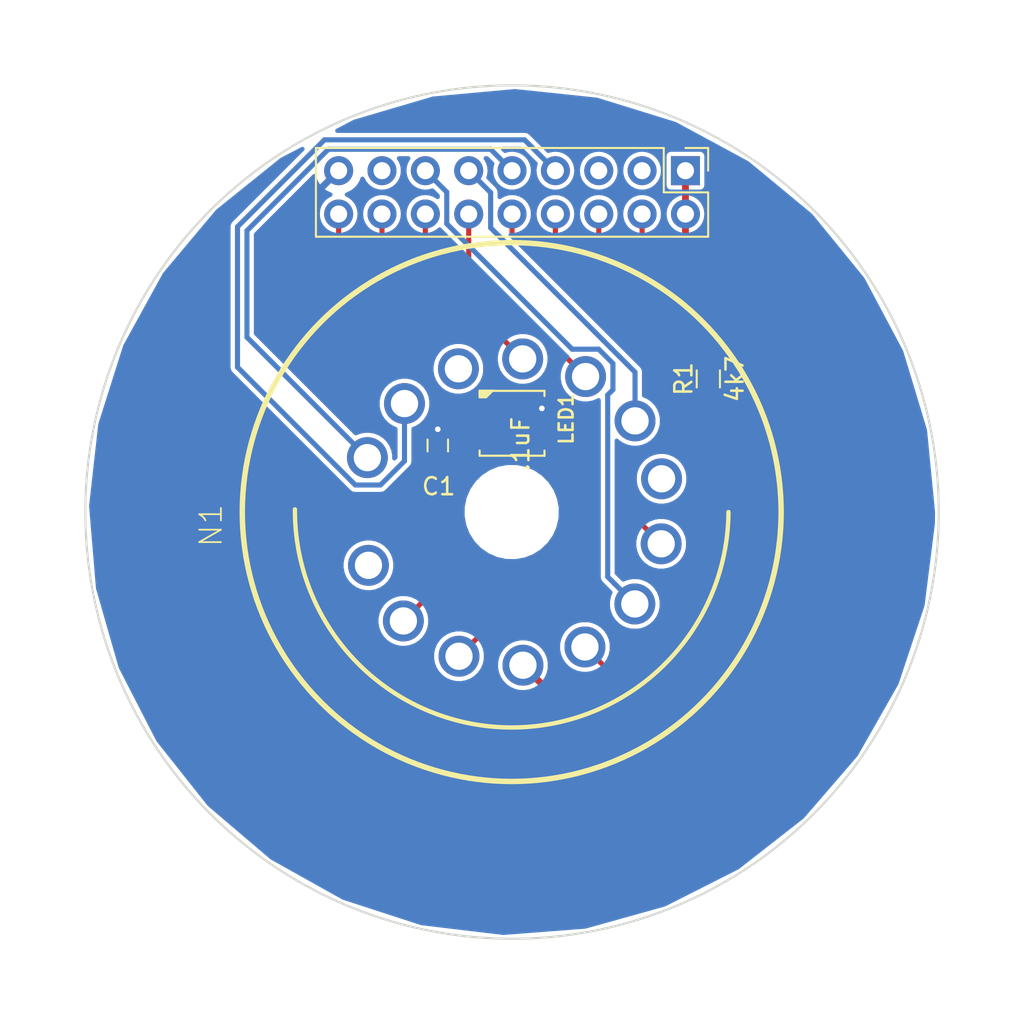
<source format=kicad_pcb>
(kicad_pcb (version 4) (host pcbnew 4.0.7)

  (general
    (links 18)
    (no_connects 0)
    (area 134.956499 94.316499 185.083501 144.443501)
    (thickness 1.6002)
    (drawings 2)
    (tracks 107)
    (zones 0)
    (modules 6)
    (nets 21)
  )

  (page A4)
  (layers
    (0 F.Cu signal)
    (31 B.Cu signal)
    (34 B.Paste user)
    (35 F.Paste user)
    (36 B.SilkS user)
    (37 F.SilkS user)
    (38 B.Mask user)
    (39 F.Mask user)
    (44 Edge.Cuts user)
  )

  (setup
    (last_trace_width 0.254)
    (user_trace_width 0.1524)
    (user_trace_width 0.2)
    (user_trace_width 0.25)
    (user_trace_width 0.3)
    (user_trace_width 0.4)
    (user_trace_width 0.5)
    (user_trace_width 0.6)
    (user_trace_width 0.8)
    (trace_clearance 0.254)
    (zone_clearance 0.1524)
    (zone_45_only no)
    (trace_min 0.1524)
    (segment_width 0.127)
    (edge_width 0.127)
    (via_size 0.6858)
    (via_drill 0.3302)
    (via_min_size 0.6858)
    (via_min_drill 0.3302)
    (uvia_size 0.508)
    (uvia_drill 0.127)
    (uvias_allowed no)
    (uvia_min_size 0.508)
    (uvia_min_drill 0.127)
    (pcb_text_width 0.127)
    (pcb_text_size 0.6 0.6)
    (mod_edge_width 0.127)
    (mod_text_size 0.6 0.6)
    (mod_text_width 0.127)
    (pad_size 1.524 1.524)
    (pad_drill 0.762)
    (pad_to_mask_clearance 0.05)
    (pad_to_paste_clearance -0.04)
    (aux_axis_origin 0 0)
    (grid_origin 160.02 119.38)
    (visible_elements 7FFFFF7F)
    (pcbplotparams
      (layerselection 0x3ffff_80000001)
      (usegerberextensions true)
      (usegerberattributes true)
      (excludeedgelayer true)
      (linewidth 0.127000)
      (plotframeref false)
      (viasonmask false)
      (mode 1)
      (useauxorigin false)
      (hpglpennumber 1)
      (hpglpenspeed 20)
      (hpglpendiameter 15)
      (hpglpenoverlay 2)
      (psnegative false)
      (psa4output false)
      (plotreference true)
      (plotvalue true)
      (plotinvisibletext false)
      (padsonsilk false)
      (subtractmaskfromsilk false)
      (outputformat 1)
      (mirror false)
      (drillshape 0)
      (scaleselection 1)
      (outputdirectory CAM/))
  )

  (net 0 "")
  (net 1 +5V)
  (net 2 GND)
  (net 3 /Anode)
  (net 4 /Din)
  (net 5 "Net-(J1-Pad3)")
  (net 6 /HV6)
  (net 7 /HV5)
  (net 8 /HV10)
  (net 9 /HV4)
  (net 10 /HV9)
  (net 11 /HV3)
  (net 12 /HV8)
  (net 13 /HV2)
  (net 14 /HV7)
  (net 15 /HV1)
  (net 16 "Net-(J1-Pad5)")
  (net 17 "Net-(N1-PadA)")
  (net 18 "Net-(N1-PadA2)")
  (net 19 "Net-(J1-Pad15)")
  (net 20 "Net-(LED1-Pad1-DO)")

  (net_class Default "Imperial - this is the standard class"
    (clearance 0.254)
    (trace_width 0.254)
    (via_dia 0.6858)
    (via_drill 0.3302)
    (uvia_dia 0.508)
    (uvia_drill 0.127)
    (add_net +5V)
    (add_net /Anode)
    (add_net /Din)
    (add_net /HV1)
    (add_net /HV10)
    (add_net /HV2)
    (add_net /HV3)
    (add_net /HV4)
    (add_net /HV5)
    (add_net /HV6)
    (add_net /HV7)
    (add_net /HV8)
    (add_net /HV9)
    (add_net GND)
    (add_net "Net-(J1-Pad15)")
    (add_net "Net-(J1-Pad3)")
    (add_net "Net-(J1-Pad5)")
    (add_net "Net-(LED1-Pad1-DO)")
    (add_net "Net-(N1-PadA)")
    (add_net "Net-(N1-PadA2)")
  )

  (net_class 0.2mm ""
    (clearance 0.2)
    (trace_width 0.2)
    (via_dia 0.6858)
    (via_drill 0.3302)
    (uvia_dia 0.508)
    (uvia_drill 0.127)
  )

  (net_class Minimal ""
    (clearance 0.1524)
    (trace_width 0.1524)
    (via_dia 0.6858)
    (via_drill 0.3302)
    (uvia_dia 0.508)
    (uvia_drill 0.127)
  )

  (module Capacitors_SMD:C_0603_HandSoldering (layer F.Cu) (tedit 5A3B126B) (tstamp 5A3B0B22)
    (at 155.67 115.48 90)
    (descr "Capacitor SMD 0603, hand soldering")
    (tags "capacitor 0603")
    (path /592C7A4C)
    (attr smd)
    (fp_text reference C1 (at -2.4 0.05 180) (layer F.SilkS)
      (effects (font (size 1 1) (thickness 0.15)))
    )
    (fp_text value 0.1uF (at -0.4 4.85 90) (layer F.SilkS)
      (effects (font (size 1 1) (thickness 0.15)))
    )
    (fp_text user %R (at 0 -1.25 90) (layer F.Fab)
      (effects (font (size 1 1) (thickness 0.15)))
    )
    (fp_line (start -0.8 0.4) (end -0.8 -0.4) (layer F.Fab) (width 0.1))
    (fp_line (start 0.8 0.4) (end -0.8 0.4) (layer F.Fab) (width 0.1))
    (fp_line (start 0.8 -0.4) (end 0.8 0.4) (layer F.Fab) (width 0.1))
    (fp_line (start -0.8 -0.4) (end 0.8 -0.4) (layer F.Fab) (width 0.1))
    (fp_line (start -0.35 -0.6) (end 0.35 -0.6) (layer F.SilkS) (width 0.12))
    (fp_line (start 0.35 0.6) (end -0.35 0.6) (layer F.SilkS) (width 0.12))
    (fp_line (start -1.8 -0.65) (end 1.8 -0.65) (layer F.CrtYd) (width 0.05))
    (fp_line (start -1.8 -0.65) (end -1.8 0.65) (layer F.CrtYd) (width 0.05))
    (fp_line (start 1.8 0.65) (end 1.8 -0.65) (layer F.CrtYd) (width 0.05))
    (fp_line (start 1.8 0.65) (end -1.8 0.65) (layer F.CrtYd) (width 0.05))
    (pad 1 smd rect (at -0.95 0 90) (size 1.2 0.75) (layers F.Cu F.Paste F.Mask)
      (net 1 +5V))
    (pad 2 smd rect (at 0.95 0 90) (size 1.2 0.75) (layers F.Cu F.Paste F.Mask)
      (net 2 GND))
    (model Capacitors_SMD.3dshapes/C_0603.wrl
      (at (xyz 0 0 0))
      (scale (xyz 1 1 1))
      (rotate (xyz 0 0 0))
    )
  )

  (module Pin_Headers:Pin_Header_Straight_2x09_Pitch2.54mm (layer F.Cu) (tedit 5A3B14FF) (tstamp 5A3B0B4A)
    (at 170.18 99.38 270)
    (descr "Through hole straight pin header, 2x09, 2.54mm pitch, double rows")
    (tags "Through hole pin header THT 2x09 2.54mm double row")
    (path /5A39B530)
    (fp_text reference J1 (at 1.27 -2.33 270) (layer F.SilkS) hide
      (effects (font (size 1 1) (thickness 0.15)))
    )
    (fp_text value Nixie (at 1.27 22.65 270) (layer F.Fab)
      (effects (font (size 1 1) (thickness 0.15)))
    )
    (fp_line (start 0 -1.27) (end 3.81 -1.27) (layer F.Fab) (width 0.1))
    (fp_line (start 3.81 -1.27) (end 3.81 21.59) (layer F.Fab) (width 0.1))
    (fp_line (start 3.81 21.59) (end -1.27 21.59) (layer F.Fab) (width 0.1))
    (fp_line (start -1.27 21.59) (end -1.27 0) (layer F.Fab) (width 0.1))
    (fp_line (start -1.27 0) (end 0 -1.27) (layer F.Fab) (width 0.1))
    (fp_line (start -1.33 21.65) (end 3.87 21.65) (layer F.SilkS) (width 0.12))
    (fp_line (start -1.33 1.27) (end -1.33 21.65) (layer F.SilkS) (width 0.12))
    (fp_line (start 3.87 -1.33) (end 3.87 21.65) (layer F.SilkS) (width 0.12))
    (fp_line (start -1.33 1.27) (end 1.27 1.27) (layer F.SilkS) (width 0.12))
    (fp_line (start 1.27 1.27) (end 1.27 -1.33) (layer F.SilkS) (width 0.12))
    (fp_line (start 1.27 -1.33) (end 3.87 -1.33) (layer F.SilkS) (width 0.12))
    (fp_line (start -1.33 0) (end -1.33 -1.33) (layer F.SilkS) (width 0.12))
    (fp_line (start -1.33 -1.33) (end 0 -1.33) (layer F.SilkS) (width 0.12))
    (fp_line (start -1.8 -1.8) (end -1.8 22.1) (layer F.CrtYd) (width 0.05))
    (fp_line (start -1.8 22.1) (end 4.35 22.1) (layer F.CrtYd) (width 0.05))
    (fp_line (start 4.35 22.1) (end 4.35 -1.8) (layer F.CrtYd) (width 0.05))
    (fp_line (start 4.35 -1.8) (end -1.8 -1.8) (layer F.CrtYd) (width 0.05))
    (fp_text user %R (at 1.27 10.16 360) (layer F.Fab)
      (effects (font (size 1 1) (thickness 0.15)))
    )
    (pad 1 thru_hole rect (at 0 0 270) (size 1.7 1.7) (drill 1) (layers *.Cu *.Mask)
      (net 3 /Anode))
    (pad 2 thru_hole oval (at 2.54 0 270) (size 1.7 1.7) (drill 1) (layers *.Cu *.Mask)
      (net 3 /Anode))
    (pad 3 thru_hole oval (at 0 2.54 270) (size 1.7 1.7) (drill 1) (layers *.Cu *.Mask)
      (net 5 "Net-(J1-Pad3)"))
    (pad 4 thru_hole oval (at 2.54 2.54 270) (size 1.7 1.7) (drill 1) (layers *.Cu *.Mask)
      (net 6 /HV6))
    (pad 5 thru_hole oval (at 0 5.08 270) (size 1.7 1.7) (drill 1) (layers *.Cu *.Mask)
      (net 16 "Net-(J1-Pad5)"))
    (pad 6 thru_hole oval (at 2.54 5.08 270) (size 1.7 1.7) (drill 1) (layers *.Cu *.Mask)
      (net 7 /HV5))
    (pad 7 thru_hole oval (at 0 7.62 270) (size 1.7 1.7) (drill 1) (layers *.Cu *.Mask)
      (net 8 /HV10))
    (pad 8 thru_hole oval (at 2.54 7.62 270) (size 1.7 1.7) (drill 1) (layers *.Cu *.Mask)
      (net 9 /HV4))
    (pad 9 thru_hole oval (at 0 10.16 270) (size 1.7 1.7) (drill 1) (layers *.Cu *.Mask)
      (net 10 /HV9))
    (pad 10 thru_hole oval (at 2.54 10.16 270) (size 1.7 1.7) (drill 1) (layers *.Cu *.Mask)
      (net 11 /HV3))
    (pad 11 thru_hole oval (at 0 12.7 270) (size 1.7 1.7) (drill 1) (layers *.Cu *.Mask)
      (net 12 /HV8))
    (pad 12 thru_hole oval (at 2.54 12.7 270) (size 1.7 1.7) (drill 1) (layers *.Cu *.Mask)
      (net 13 /HV2))
    (pad 13 thru_hole oval (at 0 15.24 270) (size 1.7 1.7) (drill 1) (layers *.Cu *.Mask)
      (net 14 /HV7))
    (pad 14 thru_hole oval (at 2.54 15.24 270) (size 1.7 1.7) (drill 1) (layers *.Cu *.Mask)
      (net 15 /HV1))
    (pad 15 thru_hole oval (at 0 17.78 270) (size 1.7 1.7) (drill 1) (layers *.Cu *.Mask)
      (net 19 "Net-(J1-Pad15)"))
    (pad 16 thru_hole oval (at 2.54 17.78 270) (size 1.7 1.7) (drill 1) (layers *.Cu *.Mask)
      (net 4 /Din))
    (pad 17 thru_hole oval (at 0 20.32 270) (size 1.7 1.7) (drill 1) (layers *.Cu *.Mask)
      (net 2 GND))
    (pad 18 thru_hole oval (at 2.54 20.32 270) (size 1.7 1.7) (drill 1) (layers *.Cu *.Mask)
      (net 1 +5V))
    (model ${KISYS3DMOD}/Pin_Headers.3dshapes/Pin_Header_Straight_2x09_Pitch2.54mm.wrl
      (at (xyz 0 0 0))
      (scale (xyz 1 1 1))
      (rotate (xyz 0 0 0))
    )
  )

  (module adafruit:adafruit-LED3535 (layer F.Cu) (tedit 5A3B14EC) (tstamp 5A3B0B5E)
    (at 160.02 114.18)
    (path /5A3B0860)
    (attr smd)
    (fp_text reference LED1 (at 3.175 -0.254 90) (layer F.SilkS)
      (effects (font (size 0.8128 0.8128) (thickness 0.1524)))
    )
    (fp_text value WS2812BSK6812MINI (at 0.127 2.54) (layer F.SilkS) hide
      (effects (font (size 0.4064 0.4064) (thickness 0.0508)))
    )
    (fp_line (start -1.74752 -1.74752) (end 1.74752 -1.74752) (layer Dwgs.User) (width 0.127))
    (fp_line (start 1.74752 -1.74752) (end 1.74752 1.74752) (layer Dwgs.User) (width 0.127))
    (fp_line (start 1.74752 1.74752) (end -1.74752 1.74752) (layer Dwgs.User) (width 0.127))
    (fp_line (start -1.74752 1.74752) (end -1.74752 -1.74752) (layer Dwgs.User) (width 0.127))
    (fp_line (start -1.89992 -1.59766) (end -1.89992 -1.89992) (layer F.SilkS) (width 0.127))
    (fp_line (start -1.89992 -1.89992) (end 1.89992 -1.89992) (layer F.SilkS) (width 0.127))
    (fp_line (start 1.89992 -1.89992) (end 1.89992 -1.59766) (layer F.SilkS) (width 0.127))
    (fp_line (start -1.89992 1.59766) (end -1.89992 1.89992) (layer F.SilkS) (width 0.127))
    (fp_line (start -1.89992 1.89992) (end 1.89992 1.89992) (layer F.SilkS) (width 0.127))
    (fp_line (start 1.89992 1.89992) (end 1.89992 1.59766) (layer F.SilkS) (width 0.127))
    (fp_poly (pts (xy -1.905 -1.905) (xy -1.905 -1.524) (xy -1.524 -1.524) (xy -1.143 -1.905)
      (xy -1.905 -1.905)) (layer F.SilkS) (width 0.127))
    (fp_circle (center 0 0) (end 0 -1.39954) (layer Dwgs.User) (width 0.127))
    (pad 1-DO smd rect (at 1.74752 0.87376 90) (size 0.84836 0.99822) (layers F.Cu F.Paste F.Mask)
      (net 20 "Net-(LED1-Pad1-DO)"))
    (pad 2-GN smd rect (at 1.74752 -0.87376 90) (size 0.84836 0.99822) (layers F.Cu F.Paste F.Mask)
      (net 2 GND))
    (pad 3-DI smd rect (at -1.74752 -0.87376 90) (size 0.84836 0.99822) (layers F.Cu F.Paste F.Mask)
      (net 4 /Din))
    (pad 4-VD smd rect (at -1.74752 0.87376 90) (size 0.84836 0.99822) (layers F.Cu F.Paste F.Mask)
      (net 1 +5V))
  )

  (module nixies-us:nixies-us-IN-18-DSUB (layer F.Cu) (tedit 5A3B14F4) (tstamp 5A3B0B78)
    (at 160 119.38 180)
    (descr "MAY BE USED WITH SOCKET: PL31-P")
    (tags "MAY BE USED WITH SOCKET: PL31-P")
    (path /5A3B06D3)
    (attr virtual)
    (fp_text reference N1 (at 17.61998 -0.79248 270) (layer F.SilkS)
      (effects (font (size 1.27 1.27) (thickness 0.1016)))
    )
    (fp_text value IN-18D-SUB (at 0 0 180) (layer F.SilkS) hide
      (effects (font (thickness 0.15)))
    )
    (fp_circle (center 0 0) (end 0 -2.54) (layer F.Mask) (width 0.0254))
    (fp_circle (center 0 0) (end 0 -1.27) (layer F.Mask) (width 2.54))
    (fp_circle (center 0 0) (end 0 -1.27) (layer B.Mask) (width 2.54))
    (fp_circle (center 0 0) (end 0 -2.54) (layer Dwgs.User) (width 0.0254))
    (fp_circle (center 0 0) (end 0 -15.81658) (layer F.SilkS) (width 0.254))
    (fp_circle (center 0 0) (end 0 -15.75308) (layer F.SilkS) (width 0.254))
    (fp_arc (start 0 0.07874) (end -12.7 0) (angle 180) (layer F.SilkS) (width 0.254))
    (pad 0 thru_hole circle (at 6.28142 6.35508 180) (size 2.39776 2.39776) (drill 1.59766) (layers *.Cu *.Paste *.Mask)
      (net 8 /HV10))
    (pad 1 thru_hole circle (at -0.64262 8.97128 180) (size 2.39776 2.39776) (drill 1.59766) (layers *.Cu *.Paste *.Mask)
      (net 15 /HV1))
    (pad 2 thru_hole circle (at -4.32816 7.9375 180) (size 2.39776 2.39776) (drill 1.59766) (layers *.Cu *.Paste *.Mask)
      (net 13 /HV2))
    (pad 3 thru_hole circle (at -8.75792 -1.86182 180) (size 2.39776 2.39776) (drill 1.59766) (layers *.Cu *.Paste *.Mask)
      (net 11 /HV3))
    (pad 4 thru_hole circle (at 6.34746 -6.38048 180) (size 2.39776 2.39776) (drill 1.59766) (layers *.Cu *.Paste *.Mask)
      (net 9 /HV4))
    (pad 5 thru_hole circle (at 3.08864 -8.44804 180) (size 2.39776 2.39776) (drill 1.59766) (layers *.Cu *.Paste *.Mask)
      (net 7 /HV5))
    (pad 6 thru_hole circle (at -4.29006 -7.90448 180) (size 2.39776 2.39776) (drill 1.59766) (layers *.Cu *.Paste *.Mask)
      (net 6 /HV6))
    (pad 7 thru_hole circle (at -7.2136 -5.3848 180) (size 2.39776 2.39776) (drill 1.59766) (layers *.Cu *.Paste *.Mask)
      (net 14 /HV7))
    (pad 8 thru_hole circle (at -7.2263 5.34162 180) (size 2.39776 2.39776) (drill 1.59766) (layers *.Cu *.Paste *.Mask)
      (net 12 /HV8))
    (pad 9 thru_hole circle (at 8.45566 3.1877 180) (size 2.39776 2.39776) (drill 1.59766) (layers *.Cu *.Paste *.Mask)
      (net 10 /HV9))
    (pad A thru_hole circle (at -0.65786 -8.97382 180) (size 2.39776 2.39776) (drill 1.59766) (layers *.Cu *.Paste *.Mask)
      (net 17 "Net-(N1-PadA)"))
    (pad A2 thru_hole circle (at 3.12166 8.39216 180) (size 2.39776 2.39776) (drill 1.59766) (layers *.Cu *.Paste *.Mask)
      (net 18 "Net-(N1-PadA2)"))
    (pad N/C thru_hole circle (at 8.39216 -3.12166 180) (size 2.39776 2.39776) (drill 1.59766) (layers *.Cu *.Paste *.Mask))
    (pad N/C2 thru_hole circle (at -8.78078 1.94818 180) (size 2.39776 2.39776) (drill 1.59766) (layers *.Cu *.Paste *.Mask))
    (pad "" np_thru_hole circle (at 0 0 180) (size 4.99872 4.99872) (drill 4.99872) (layers *.Cu *.Mask))
  )

  (module Resistors_SMD:R_0603_HandSoldering (layer F.Cu) (tedit 5A3B125F) (tstamp 5A3B0B89)
    (at 171.52 111.58 90)
    (descr "Resistor SMD 0603, hand soldering")
    (tags "resistor 0603")
    (path /592C7A6F)
    (attr smd)
    (fp_text reference R1 (at 0 -1.45 90) (layer F.SilkS)
      (effects (font (size 1 1) (thickness 0.15)))
    )
    (fp_text value 4k7 (at 0 1.55 90) (layer F.SilkS)
      (effects (font (size 1 1) (thickness 0.15)))
    )
    (fp_text user %R (at 0 0 90) (layer F.Fab)
      (effects (font (size 0.4 0.4) (thickness 0.075)))
    )
    (fp_line (start -0.8 0.4) (end -0.8 -0.4) (layer F.Fab) (width 0.1))
    (fp_line (start 0.8 0.4) (end -0.8 0.4) (layer F.Fab) (width 0.1))
    (fp_line (start 0.8 -0.4) (end 0.8 0.4) (layer F.Fab) (width 0.1))
    (fp_line (start -0.8 -0.4) (end 0.8 -0.4) (layer F.Fab) (width 0.1))
    (fp_line (start 0.5 0.68) (end -0.5 0.68) (layer F.SilkS) (width 0.12))
    (fp_line (start -0.5 -0.68) (end 0.5 -0.68) (layer F.SilkS) (width 0.12))
    (fp_line (start -1.96 -0.7) (end 1.95 -0.7) (layer F.CrtYd) (width 0.05))
    (fp_line (start -1.96 -0.7) (end -1.96 0.7) (layer F.CrtYd) (width 0.05))
    (fp_line (start 1.95 0.7) (end 1.95 -0.7) (layer F.CrtYd) (width 0.05))
    (fp_line (start 1.95 0.7) (end -1.96 0.7) (layer F.CrtYd) (width 0.05))
    (pad 1 smd rect (at -1.1 0 90) (size 1.2 0.9) (layers F.Cu F.Paste F.Mask)
      (net 17 "Net-(N1-PadA)"))
    (pad 2 smd rect (at 1.1 0 90) (size 1.2 0.9) (layers F.Cu F.Paste F.Mask)
      (net 3 /Anode))
    (model ${KISYS3DMOD}/Resistors_SMD.3dshapes/R_0603.wrl
      (at (xyz 0 0 0))
      (scale (xyz 1 1 1))
      (rotate (xyz 0 0 0))
    )
  )

  (module logos:mermaid_l (layer B.Cu) (tedit 0) (tstamp 5A3B1809)
    (at 163.22 137.18 180)
    (fp_text reference G*** (at 0 0 180) (layer B.SilkS) hide
      (effects (font (thickness 0.3)) (justify mirror))
    )
    (fp_text value LOGO (at 0.75 0 180) (layer B.SilkS) hide
      (effects (font (thickness 0.3)) (justify mirror))
    )
    (fp_poly (pts (xy 0.016811 3.773536) (xy 0.035492 3.771585) (xy 0.039687 3.770741) (xy 0.079417 3.757244)
      (xy 0.111324 3.737775) (xy 0.124832 3.725513) (xy 0.142677 3.704599) (xy 0.153161 3.684612)
      (xy 0.15793 3.661447) (xy 0.15875 3.64097) (xy 0.158058 3.61993) (xy 0.155124 3.604749)
      (xy 0.148654 3.590748) (xy 0.141938 3.580059) (xy 0.122141 3.557766) (xy 0.098998 3.544256)
      (xy 0.074141 3.539962) (xy 0.049199 3.545313) (xy 0.036501 3.55221) (xy 0.025568 3.560763)
      (xy 0.019906 3.570026) (xy 0.017449 3.584153) (xy 0.016932 3.59157) (xy 0.016648 3.608477)
      (xy 0.018904 3.618133) (xy 0.024587 3.623743) (xy 0.026084 3.624592) (xy 0.039465 3.627784)
      (xy 0.050441 3.626922) (xy 0.059967 3.622881) (xy 0.061919 3.615123) (xy 0.060823 3.608777)
      (xy 0.060289 3.596153) (xy 0.064906 3.590901) (xy 0.073078 3.592235) (xy 0.083211 3.599369)
      (xy 0.093713 3.61152) (xy 0.102989 3.6279) (xy 0.103896 3.629997) (xy 0.108418 3.643365)
      (xy 0.108287 3.6547) (xy 0.103467 3.669685) (xy 0.087643 3.698859) (xy 0.064252 3.721926)
      (xy 0.050164 3.731216) (xy 0.036916 3.737802) (xy 0.022748 3.741623) (xy 0.004134 3.743365)
      (xy -0.014288 3.743716) (xy -0.040147 3.742911) (xy -0.057394 3.740394) (xy -0.064294 3.73724)
      (xy -0.073648 3.731439) (xy -0.077728 3.730626) (xy -0.088165 3.726605) (xy -0.102163 3.716065)
      (xy -0.117406 3.701291) (xy -0.131579 3.684564) (xy -0.142367 3.668169) (xy -0.143717 3.665542)
      (xy -0.151883 3.648712) (xy -0.159332 3.633251) (xy -0.163088 3.620111) (xy -0.165384 3.598867)
      (xy -0.16631 3.568514) (xy -0.166318 3.553876) (xy -0.166026 3.5265) (xy -0.165145 3.506715)
      (xy -0.163111 3.491529) (xy -0.159359 3.477949) (xy -0.153324 3.462983) (xy -0.14625 3.447521)
      (xy -0.121753 3.405235) (xy -0.0903 3.36927) (xy -0.051325 3.33924) (xy -0.004264 3.314759)
      (xy 0.051447 3.295441) (xy 0.089958 3.28602) (xy 0.119366 3.282227) (xy 0.156195 3.281263)
      (xy 0.197719 3.282946) (xy 0.241212 3.28709) (xy 0.283951 3.293513) (xy 0.321687 3.301638)
      (xy 0.342155 3.307861) (xy 0.360849 3.315263) (xy 0.376278 3.322945) (xy 0.386953 3.330006)
      (xy 0.391385 3.335547) (xy 0.388082 3.338667) (xy 0.383597 3.339042) (xy 0.373649 3.342219)
      (xy 0.357833 3.350734) (xy 0.338335 3.36306) (xy 0.317344 3.377673) (xy 0.297047 3.393046)
      (xy 0.279632 3.407655) (xy 0.267286 3.419973) (xy 0.26692 3.420407) (xy 0.246827 3.446164)
      (xy 0.232225 3.469838) (xy 0.221889 3.494463) (xy 0.214597 3.523071) (xy 0.209127 3.558694)
      (xy 0.208269 3.565849) (xy 0.208225 3.599519) (xy 0.214696 3.635439) (xy 0.226608 3.670269)
      (xy 0.242885 3.700666) (xy 0.257355 3.718587) (xy 0.284712 3.739246) (xy 0.316451 3.752322)
      (xy 0.350326 3.757709) (xy 0.384089 3.755304) (xy 0.415495 3.745003) (xy 0.441854 3.727116)
      (xy 0.456743 3.708989) (xy 0.464158 3.687733) (xy 0.465666 3.667574) (xy 0.46447 3.649678)
      (xy 0.459418 3.636679) (xy 0.44831 3.623019) (xy 0.447843 3.622523) (xy 0.432662 3.60928)
      (xy 0.418526 3.60395) (xy 0.413448 3.603625) (xy 0.394908 3.608269) (xy 0.381565 3.620647)
      (xy 0.375782 3.638431) (xy 0.375708 3.640833) (xy 0.378805 3.655072) (xy 0.386689 3.660815)
      (xy 0.397247 3.657238) (xy 0.40302 3.65151) (xy 0.411119 3.643576) (xy 0.417703 3.64383)
      (xy 0.420717 3.645984) (xy 0.426691 3.656909) (xy 0.428309 3.673525) (xy 0.425542 3.691863)
      (xy 0.421138 3.703294) (xy 0.410709 3.716673) (xy 0.399156 3.725521) (xy 0.381042 3.731036)
      (xy 0.358057 3.732598) (xy 0.335132 3.730244) (xy 0.318905 3.724949) (xy 0.298369 3.711409)
      (xy 0.278961 3.693672) (xy 0.264484 3.675356) (xy 0.26187 3.670693) (xy 0.258107 3.658302)
      (xy 0.255508 3.640465) (xy 0.254155 3.620218) (xy 0.254128 3.6006) (xy 0.25551 3.584648)
      (xy 0.258381 3.5754) (xy 0.259291 3.574521) (xy 0.263387 3.567227) (xy 0.264583 3.558334)
      (xy 0.266434 3.54854) (xy 0.269875 3.545417) (xy 0.274956 3.541344) (xy 0.275166 3.539772)
      (xy 0.278369 3.532005) (xy 0.286651 3.519125) (xy 0.298022 3.503894) (xy 0.310492 3.489074)
      (xy 0.315691 3.483521) (xy 0.332808 3.469181) (xy 0.356966 3.453086) (xy 0.385192 3.436898)
      (xy 0.41451 3.422278) (xy 0.441945 3.410886) (xy 0.451563 3.407656) (xy 0.513508 3.39253)
      (xy 0.572008 3.386659) (xy 0.6285 3.390216) (xy 0.684423 3.403376) (xy 0.741216 3.42631)
      (xy 0.78052 3.447259) (xy 0.817352 3.46804) (xy 0.848125 3.483558) (xy 0.875501 3.494552)
      (xy 0.902139 3.501759) (xy 0.9307 3.505917) (xy 0.963843 3.507764) (xy 0.999762 3.50806)
      (xy 1.029829 3.507596) (xy 1.058475 3.506543) (xy 1.08289 3.505047) (xy 1.100268 3.50325)
      (xy 1.103312 3.502746) (xy 1.124251 3.498943) (xy 1.148566 3.494739) (xy 1.16152 3.492588)
      (xy 1.183437 3.488718) (xy 1.205109 3.484407) (xy 1.21576 3.482026) (xy 1.242534 3.475574)
      (xy 1.261268 3.470981) (xy 1.27422 3.467665) (xy 1.283649 3.465044) (xy 1.29181 3.462534)
      (xy 1.293812 3.46189) (xy 1.330054 3.447173) (xy 1.362613 3.428217) (xy 1.390124 3.406284)
      (xy 1.411222 3.382636) (xy 1.42454 3.358536) (xy 1.428749 3.337087) (xy 1.430965 3.31796)
      (xy 1.436932 3.293293) (xy 1.445634 3.266996) (xy 1.4496 3.257021) (xy 1.460028 3.223921)
      (xy 1.465344 3.188889) (xy 1.465701 3.173183) (xy 1.465206 3.152449) (xy 1.465622 3.140318)
      (xy 1.467505 3.134815) (xy 1.471411 3.133966) (xy 1.476375 3.135313) (xy 1.485246 3.136563)
      (xy 1.485546 3.132317) (xy 1.477379 3.123141) (xy 1.473497 3.119686) (xy 1.464568 3.110292)
      (xy 1.463129 3.101507) (xy 1.465406 3.093994) (xy 1.472998 3.082438) (xy 1.485846 3.06985)
      (xy 1.491895 3.065257) (xy 1.507592 3.051442) (xy 1.513053 3.038041) (xy 1.508312 3.023896)
      (xy 1.493572 3.007997) (xy 1.481954 2.996879) (xy 1.477871 2.989625) (xy 1.480148 2.984092)
      (xy 1.480343 2.983889) (xy 1.48489 2.973373) (xy 1.486712 2.956585) (xy 1.485771 2.93749)
      (xy 1.482027 2.920051) (xy 1.481007 2.917281) (xy 1.468042 2.883178) (xy 1.459777 2.85676)
      (xy 1.455764 2.836468) (xy 1.455208 2.827306) (xy 1.451635 2.812089) (xy 1.440656 2.801224)
      (xy 1.433744 2.797314) (xy 1.425278 2.794661) (xy 1.41333 2.793085) (xy 1.395971 2.79241)
      (xy 1.371273 2.792457) (xy 1.349375 2.792809) (xy 1.31873 2.793255) (xy 1.296659 2.793112)
      (xy 1.281157 2.792186) (xy 1.270221 2.790279) (xy 1.261849 2.787196) (xy 1.255447 2.783626)
      (xy 1.244268 2.774775) (xy 1.238474 2.766405) (xy 1.23825 2.764974) (xy 1.235863 2.757876)
      (xy 1.233805 2.756959) (xy 1.229201 2.752098) (xy 1.223916 2.739092) (xy 1.218503 2.720308)
      (xy 1.213515 2.698112) (xy 1.209506 2.674871) (xy 1.207028 2.652951) (xy 1.2065 2.640132)
      (xy 1.207874 2.614203) (xy 1.211589 2.582523) (xy 1.217032 2.549504) (xy 1.222776 2.522803)
      (xy 1.235661 2.473043) (xy 1.247332 2.433315) (xy 1.257929 2.403156) (xy 1.259293 2.399771)
      (xy 1.264013 2.387513) (xy 1.269636 2.371955) (xy 1.270086 2.370667) (xy 1.278721 2.347809)
      (xy 1.289907 2.322021) (xy 1.304888 2.290463) (xy 1.308378 2.283355) (xy 1.317963 2.259043)
      (xy 1.323702 2.234224) (xy 1.325348 2.211548) (xy 1.322652 2.19366) (xy 1.317561 2.184909)
      (xy 1.307186 2.176016) (xy 1.292853 2.165074) (xy 1.277255 2.153968) (xy 1.263087 2.144581)
      (xy 1.253044 2.138797) (xy 1.250232 2.137834) (xy 1.242386 2.13401) (xy 1.231208 2.124466)
      (xy 1.219519 2.11209) (xy 1.21014 2.099773) (xy 1.206613 2.093154) (xy 1.204218 2.073293)
      (xy 1.210459 2.048342) (xy 1.211685 2.04523) (xy 1.220793 2.023791) (xy 1.23213 1.998543)
      (xy 1.244765 1.971403) (xy 1.257766 1.944284) (xy 1.270202 1.9191) (xy 1.281142 1.897767)
      (xy 1.289653 1.882198) (xy 1.294804 1.874308) (xy 1.294911 1.874195) (xy 1.300737 1.866426)
      (xy 1.30175 1.863411) (xy 1.305702 1.855954) (xy 1.316422 1.843726) (xy 1.332206 1.828296)
      (xy 1.351351 1.811235) (xy 1.372151 1.794113) (xy 1.392903 1.778501) (xy 1.397 1.775628)
      (xy 1.412481 1.764474) (xy 1.432822 1.749179) (xy 1.456251 1.731147) (xy 1.480994 1.711783)
      (xy 1.505277 1.692489) (xy 1.527327 1.674669) (xy 1.54537 1.659728) (xy 1.557633 1.649068)
      (xy 1.561041 1.645785) (xy 1.566531 1.641261) (xy 1.577559 1.632846) (xy 1.584854 1.62743)
      (xy 1.599074 1.616479) (xy 1.610642 1.606732) (xy 1.613958 1.603563) (xy 1.621166 1.597319)
      (xy 1.63503 1.586326) (xy 1.653625 1.57203) (xy 1.675029 1.555881) (xy 1.697317 1.539326)
      (xy 1.718566 1.523814) (xy 1.736854 1.510793) (xy 1.740958 1.507944) (xy 1.75542 1.497422)
      (xy 1.767734 1.487559) (xy 1.769672 1.48584) (xy 1.781335 1.477351) (xy 1.789516 1.473434)
      (xy 1.797549 1.469117) (xy 1.799166 1.466423) (xy 1.803588 1.462135) (xy 1.814535 1.456503)
      (xy 1.817687 1.455209) (xy 1.829662 1.449593) (xy 1.835937 1.444862) (xy 1.836208 1.4441)
      (xy 1.840779 1.440501) (xy 1.852852 1.434525) (xy 1.869967 1.42737) (xy 1.872824 1.426267)
      (xy 1.88894 1.420424) (xy 1.902804 1.416562) (xy 1.917198 1.414357) (xy 1.934907 1.413483)
      (xy 1.958714 1.413615) (xy 1.977334 1.414048) (xy 2.011477 1.415666) (xy 2.050591 1.418652)
      (xy 2.089221 1.422539) (xy 2.114726 1.425785) (xy 2.14488 1.42989) (xy 2.16751 1.432256)
      (xy 2.18552 1.432964) (xy 2.201812 1.432095) (xy 2.219288 1.429731) (xy 2.224528 1.428856)
      (xy 2.245404 1.424861) (xy 2.257747 1.421152) (xy 2.263552 1.416902) (xy 2.264833 1.412127)
      (xy 2.263508 1.406717) (xy 2.257986 1.403732) (xy 2.245944 1.402491) (xy 2.231409 1.402292)
      (xy 2.207764 1.401303) (xy 2.182238 1.398663) (xy 2.158033 1.394866) (xy 2.138355 1.390404)
      (xy 2.12725 1.386276) (xy 2.123304 1.383434) (xy 2.123829 1.381057) (xy 2.130164 1.378752)
      (xy 2.143652 1.376125) (xy 2.165634 1.37278) (xy 2.180166 1.370725) (xy 2.208747 1.366286)
      (xy 2.230983 1.361492) (xy 2.251087 1.355226) (xy 2.27327 1.34637) (xy 2.275416 1.345449)
      (xy 2.291879 1.337058) (xy 2.307873 1.326809) (xy 2.32072 1.316668) (xy 2.327745 1.308602)
      (xy 2.328333 1.306591) (xy 2.323743 1.304335) (xy 2.312281 1.304011) (xy 2.297402 1.305252)
      (xy 2.282566 1.307694) (xy 2.271229 1.31097) (xy 2.267743 1.312991) (xy 2.258675 1.31683)
      (xy 2.251604 1.317626) (xy 2.239817 1.320172) (xy 2.234786 1.323331) (xy 2.225761 1.326846)
      (xy 2.213884 1.326984) (xy 2.204136 1.325219) (xy 2.204029 1.323129) (xy 2.20927 1.320799)
      (xy 2.23606 1.310129) (xy 2.25511 1.301894) (xy 2.268643 1.294964) (xy 2.278885 1.288209)
      (xy 2.287322 1.281169) (xy 2.296853 1.2715) (xy 2.301715 1.264499) (xy 2.301875 1.263719)
      (xy 2.297454 1.259587) (xy 2.285098 1.260225) (xy 2.266162 1.265338) (xy 2.242005 1.274631)
      (xy 2.232778 1.27872) (xy 2.210862 1.287938) (xy 2.195226 1.292907) (xy 2.186673 1.293593)
      (xy 2.186011 1.289959) (xy 2.194044 1.28197) (xy 2.19612 1.28034) (xy 2.207237 1.273141)
      (xy 2.215319 1.270118) (xy 2.221801 1.265714) (xy 2.226876 1.256324) (xy 2.227791 1.251047)
      (xy 2.223516 1.248302) (xy 2.212505 1.249392) (xy 2.197482 1.253408) (xy 2.181171 1.259436)
      (xy 2.166296 1.266566) (xy 2.15558 1.273887) (xy 2.153708 1.275833) (xy 2.146702 1.280288)
      (xy 2.132687 1.286789) (xy 2.114695 1.294037) (xy 2.095756 1.300732) (xy 2.095124 1.300937)
      (xy 2.07869 1.304461) (xy 2.057774 1.306667) (xy 2.046312 1.307042) (xy 2.028903 1.306558)
      (xy 2.018807 1.304253) (xy 2.012768 1.298853) (xy 2.009183 1.29249) (xy 2.005287 1.278785)
      (xy 2.008579 1.265874) (xy 2.019902 1.252443) (xy 2.040101 1.237179) (xy 2.048014 1.232048)
      (xy 2.069352 1.218173) (xy 2.083328 1.207722) (xy 2.091758 1.198848) (xy 2.096459 1.189706)
      (xy 2.098878 1.180349) (xy 2.099775 1.168122) (xy 2.095521 1.163627) (xy 2.094838 1.16354)
      (xy 2.077123 1.165005) (xy 2.064663 1.173081) (xy 2.054291 1.180457) (xy 2.036679 1.190046)
      (xy 2.014573 1.20055) (xy 1.990717 1.210671) (xy 1.967857 1.219114) (xy 1.965854 1.219776)
      (xy 1.928101 1.233609) (xy 1.898307 1.248381) (xy 1.87387 1.26573) (xy 1.852189 1.287294)
      (xy 1.844908 1.29597) (xy 1.82922 1.314316) (xy 1.813605 1.330793) (xy 1.80082 1.342542)
      (xy 1.797992 1.344686) (xy 1.786309 1.353213) (xy 1.778836 1.359346) (xy 1.778 1.360236)
      (xy 1.771224 1.365606) (xy 1.75693 1.374794) (xy 1.736985 1.386729) (xy 1.713259 1.400343)
      (xy 1.687619 1.414565) (xy 1.661936 1.428326) (xy 1.638076 1.440557) (xy 1.635125 1.442019)
      (xy 1.587553 1.46584) (xy 1.546283 1.487396) (xy 1.507857 1.50852) (xy 1.481666 1.52353)
      (xy 1.464862 1.532936) (xy 1.450648 1.540248) (xy 1.443302 1.543429) (xy 1.435482 1.548118)
      (xy 1.434041 1.551076) (xy 1.429946 1.555562) (xy 1.42835 1.55575) (xy 1.421455 1.558368)
      (xy 1.407463 1.565519) (xy 1.388265 1.576151) (xy 1.365753 1.589212) (xy 1.341819 1.60365)
      (xy 1.338081 1.605957) (xy 1.328838 1.611626) (xy 1.314356 1.620452) (xy 1.303686 1.626934)
      (xy 1.289183 1.635949) (xy 1.278713 1.64286) (xy 1.275291 1.645485) (xy 1.269816 1.650117)
      (xy 1.258818 1.65865) (xy 1.251479 1.66417) (xy 1.234056 1.677274) (xy 1.220686 1.687881)
      (xy 1.208649 1.698391) (xy 1.195222 1.711206) (xy 1.177684 1.728725) (xy 1.173427 1.733021)
      (xy 1.154691 1.753203) (xy 1.136473 1.774958) (xy 1.121826 1.794574) (xy 1.117957 1.80049)
      (xy 1.107458 1.815879) (xy 1.098096 1.826821) (xy 1.091977 1.830917) (xy 1.085418 1.828569)
      (xy 1.084785 1.826948) (xy 1.081627 1.820717) (xy 1.073818 1.810294) (xy 1.071556 1.807605)
      (xy 1.063024 1.796859) (xy 1.058535 1.789598) (xy 1.058333 1.788759) (xy 1.055116 1.78268)
      (xy 1.048847 1.77503) (xy 1.038358 1.760344) (xy 1.026121 1.737991) (xy 1.013216 1.710506)
      (xy 1.00072 1.680421) (xy 0.989714 1.650268) (xy 0.981275 1.622581) (xy 0.977986 1.608667)
      (xy 0.968972 1.562362) (xy 0.962328 1.523365) (xy 0.95779 1.488735) (xy 0.955093 1.45553)
      (xy 0.953972 1.420809) (xy 0.954162 1.38163) (xy 0.954874 1.352021) (xy 0.955956 1.318336)
      (xy 0.957154 1.287144) (xy 0.958377 1.260422) (xy 0.959534 1.240144) (xy 0.960534 1.228284)
      (xy 0.960617 1.227667) (xy 0.961429 1.217554) (xy 0.962358 1.198447) (xy 0.96335 1.171939)
      (xy 0.964353 1.139617) (xy 0.96531 1.103071) (xy 0.96617 1.063891) (xy 0.966176 1.063625)
      (xy 0.966988 1.016579) (xy 0.967314 0.977779) (xy 0.967075 0.9449) (xy 0.96619 0.915612)
      (xy 0.964579 0.887587) (xy 0.962164 0.858498) (xy 0.958863 0.826017) (xy 0.95765 0.814917)
      (xy 0.951084 0.75682) (xy 0.945176 0.707679) (xy 0.939682 0.665903) (xy 0.934356 0.629902)
      (xy 0.928956 0.598088) (xy 0.923235 0.56887) (xy 0.916949 0.54066) (xy 0.912885 0.523875)
      (xy 0.906794 0.498662) (xy 0.901413 0.475129) (xy 0.897462 0.456489) (xy 0.895973 0.44834)
      (xy 0.892856 0.434708) (xy 0.889085 0.426281) (xy 0.888285 0.425538) (xy 0.884592 0.418555)
      (xy 0.883669 0.411115) (xy 0.882028 0.401383) (xy 0.877635 0.38436) (xy 0.871226 0.362746)
      (xy 0.866028 0.346605) (xy 0.857767 0.321534) (xy 0.84996 0.297435) (xy 0.843739 0.277819)
      (xy 0.841302 0.269875) (xy 0.836378 0.25453) (xy 0.832191 0.243342) (xy 0.830942 0.240771)
      (xy 0.827336 0.232696) (xy 0.822295 0.21902) (xy 0.820702 0.214313) (xy 0.81395 0.195276)
      (xy 0.806669 0.176625) (xy 0.80583 0.174625) (xy 0.798972 0.158321) (xy 0.792944 0.14374)
      (xy 0.792593 0.142875) (xy 0.786649 0.129107) (xy 0.782549 0.120458) (xy 0.778574 0.110063)
      (xy 0.777875 0.105842) (xy 0.775639 0.099184) (xy 0.769428 0.084596) (xy 0.759982 0.063622)
      (xy 0.748042 0.037806) (xy 0.734349 0.008691) (xy 0.719644 -0.022178) (xy 0.704668 -0.053257)
      (xy 0.690162 -0.083002) (xy 0.676867 -0.10987) (xy 0.665523 -0.132316) (xy 0.656873 -0.148797)
      (xy 0.651656 -0.157769) (xy 0.650888 -0.15875) (xy 0.64704 -0.164585) (xy 0.640139 -0.176579)
      (xy 0.635415 -0.185208) (xy 0.622667 -0.207639) (xy 0.605809 -0.235506) (xy 0.586295 -0.266573)
      (xy 0.565581 -0.298607) (xy 0.545121 -0.329373) (xy 0.52637 -0.356639) (xy 0.510784 -0.378168)
      (xy 0.504464 -0.386291) (xy 0.49882 -0.393433) (xy 0.48822 -0.406992) (xy 0.474188 -0.425014)
      (xy 0.458423 -0.445321) (xy 0.386268 -0.531586) (xy 0.305323 -0.615902) (xy 0.217382 -0.696433)
      (xy 0.193138 -0.716902) (xy 0.177764 -0.729736) (xy 0.165728 -0.739925) (xy 0.159212 -0.745619)
      (xy 0.15875 -0.74607) (xy 0.15364 -0.750212) (xy 0.141905 -0.75919) (xy 0.125441 -0.771566)
      (xy 0.111125 -0.782215) (xy 0.091503 -0.796811) (xy 0.074346 -0.809688) (xy 0.061903 -0.819151)
      (xy 0.057234 -0.822811) (xy 0.046348 -0.830914) (xy 0.033422 -0.839659) (xy 0.019429 -0.849492)
      (xy 0.008262 -0.85853) (xy -0.00115 -0.865562) (xy -0.006772 -0.867833) (xy -0.013177 -0.871028)
      (xy -0.024494 -0.879231) (xy -0.033185 -0.886354) (xy -0.046046 -0.896711) (xy -0.055853 -0.903433)
      (xy -0.059243 -0.904875) (xy -0.065136 -0.907527) (xy -0.076973 -0.9143) (xy -0.09191 -0.923419)
      (xy -0.107104 -0.933106) (xy -0.119711 -0.941585) (xy -0.126887 -0.947081) (xy -0.127 -0.947193)
      (xy -0.133129 -0.951521) (xy -0.142875 -0.957378) (xy -0.152011 -0.962765) (xy -0.168175 -0.972485)
      (xy -0.189376 -0.985333) (xy -0.213623 -1.000104) (xy -0.223801 -1.006326) (xy -0.247553 -1.020777)
      (xy -0.267952 -1.033032) (xy -0.283378 -1.04213) (xy -0.292207 -1.047106) (xy -0.293632 -1.04775)
      (xy -0.298902 -1.050229) (xy -0.310818 -1.056768) (xy -0.326931 -1.066017) (xy -0.328991 -1.067222)
      (xy -0.356603 -1.083148) (xy -0.386048 -1.099703) (xy -0.414493 -1.115327) (xy -0.439106 -1.128464)
      (xy -0.455084 -1.136599) (xy -0.467632 -1.14309) (xy -0.475484 -1.147821) (xy -0.47625 -1.148468)
      (xy -0.481786 -1.151903) (xy -0.494692 -1.158989) (xy -0.512891 -1.168607) (xy -0.529167 -1.177013)
      (xy -0.578322 -1.202179) (xy -0.622845 -1.225001) (xy -0.661951 -1.245075) (xy -0.694854 -1.261998)
      (xy -0.720769 -1.275365) (xy -0.73891 -1.284772) (xy -0.748492 -1.289816) (xy -0.748968 -1.290075)
      (xy -0.758048 -1.294813) (xy -0.773987 -1.302904) (xy -0.794153 -1.313017) (xy -0.80698 -1.3194)
      (xy -0.881231 -1.35675) (xy -0.94652 -1.390707) (xy -1.003734 -1.421745) (xy -1.05376 -1.450342)
      (xy -1.076855 -1.464177) (xy -1.090458 -1.471801) (xy -1.098021 -1.475597) (xy -1.105412 -1.479911)
      (xy -1.119579 -1.488876) (xy -1.138874 -1.501392) (xy -1.161647 -1.516359) (xy -1.18625 -1.532677)
      (xy -1.211035 -1.549246) (xy -1.234352 -1.564966) (xy -1.254552 -1.578737) (xy -1.269988 -1.58946)
      (xy -1.279009 -1.596033) (xy -1.280584 -1.5974) (xy -1.28583 -1.602217) (xy -1.296881 -1.611472)
      (xy -1.309688 -1.621833) (xy -1.369914 -1.675393) (xy -1.421218 -1.732685) (xy -1.463288 -1.79318)
      (xy -1.495811 -1.856346) (xy -1.518476 -1.921651) (xy -1.530971 -1.988566) (xy -1.532115 -2.00072)
      (xy -1.533533 -2.021291) (xy -1.533389 -2.03401) (xy -1.531178 -2.041555) (xy -1.526396 -2.046606)
      (xy -1.523028 -2.048937) (xy -1.508982 -2.055507) (xy -1.492365 -2.060056) (xy -1.492229 -2.060079)
      (xy -1.452691 -2.067475) (xy -1.418964 -2.075738) (xy -1.394355 -2.083271) (xy -1.372487 -2.090356)
      (xy -1.346337 -2.098616) (xy -1.322917 -2.10585) (xy -1.302468 -2.112199) (xy -1.284909 -2.117877)
      (xy -1.273608 -2.12179) (xy -1.272646 -2.122164) (xy -1.262724 -2.125949) (xy -1.246121 -2.132103)
      (xy -1.226116 -2.139411) (xy -1.222375 -2.140766) (xy -1.203039 -2.148094) (xy -1.187481 -2.154598)
      (xy -1.178496 -2.159093) (xy -1.177661 -2.159711) (xy -1.168071 -2.163984) (xy -1.164987 -2.164291)
      (xy -1.156849 -2.166561) (xy -1.141251 -2.172762) (xy -1.120145 -2.181983) (xy -1.095482 -2.193313)
      (xy -1.069213 -2.20584) (xy -1.043289 -2.218653) (xy -1.019661 -2.230841) (xy -1.002771 -2.240067)
      (xy -0.979183 -2.253619) (xy -0.954406 -2.268128) (xy -0.930964 -2.28209) (xy -0.911386 -2.293997)
      (xy -0.898196 -2.302344) (xy -0.897227 -2.302991) (xy -0.84537 -2.340492) (xy -0.792658 -2.383257)
      (xy -0.741528 -2.42907) (xy -0.694416 -2.475712) (xy -0.653759 -2.520968) (xy -0.642579 -2.534708)
      (xy -0.628634 -2.552018) (xy -0.616971 -2.565902) (xy -0.609232 -2.574434) (xy -0.607219 -2.576159)
      (xy -0.603295 -2.582213) (xy -0.60325 -2.582995) (xy -0.599953 -2.59017) (xy -0.592419 -2.599694)
      (xy -0.584795 -2.609595) (xy -0.573492 -2.626331) (xy -0.559985 -2.647494) (xy -0.545751 -2.670677)
      (xy -0.532266 -2.693472) (xy -0.521004 -2.713471) (xy -0.513442 -2.728265) (xy -0.512956 -2.729342)
      (xy -0.506925 -2.740667) (xy -0.501953 -2.746251) (xy -0.501417 -2.746375) (xy -0.497764 -2.750622)
      (xy -0.497417 -2.753524) (xy -0.495063 -2.76201) (xy -0.489037 -2.775934) (xy -0.484188 -2.785554)
      (xy -0.476676 -2.800966) (xy -0.471883 -2.81327) (xy -0.470959 -2.817651) (xy -0.468504 -2.82541)
      (xy -0.46699 -2.826631) (xy -0.463351 -2.832354) (xy -0.457475 -2.846051) (xy -0.450118 -2.865545)
      (xy -0.442034 -2.888659) (xy -0.433976 -2.913215) (xy -0.4267 -2.937036) (xy -0.420958 -2.957944)
      (xy -0.419645 -2.963333) (xy -0.414816 -2.982772) (xy -0.410227 -2.999259) (xy -0.40721 -3.008312)
      (xy -0.403349 -3.020934) (xy -0.400065 -3.036847) (xy -0.399977 -3.037416) (xy -0.397973 -3.049953)
      (xy -0.394675 -3.070065) (xy -0.390554 -3.094892) (xy -0.386442 -3.119437) (xy -0.382507 -3.145522)
      (xy -0.379552 -3.172135) (xy -0.377442 -3.20146) (xy -0.376041 -3.23568) (xy -0.375217 -3.276977)
      (xy -0.374941 -3.306237) (xy -0.374907 -3.341428) (xy -0.375253 -3.373114) (xy -0.375932 -3.399753)
      (xy -0.376895 -3.4198) (xy -0.378095 -3.431711) (xy -0.378888 -3.43429) (xy -0.385103 -3.433466)
      (xy -0.398593 -3.427213) (xy -0.41801 -3.416235) (xy -0.441209 -3.401752) (xy -0.483878 -3.374892)
      (xy -0.526415 -3.34985) (xy -0.571041 -3.325433) (xy -0.619976 -3.30045) (xy -0.67544 -3.27371)
      (xy -0.709084 -3.258031) (xy -0.744498 -3.241758) (xy -0.773275 -3.228687) (xy -0.794644 -3.21916)
      (xy -0.807839 -3.213522) (xy -0.812017 -3.212041) (xy -0.817473 -3.210007) (xy -0.830202 -3.204577)
      (xy -0.847855 -3.196764) (xy -0.855541 -3.193302) (xy -0.87586 -3.184131) (xy -0.893504 -3.176218)
      (xy -0.905456 -3.170914) (xy -0.907521 -3.170016) (xy -0.918356 -3.165316) (xy -0.934412 -3.158299)
      (xy -0.944563 -3.153846) (xy -0.976212 -3.140021) (xy -0.999364 -3.130101) (xy -1.015151 -3.123604)
      (xy -1.018646 -3.12224) (xy -1.034695 -3.115354) (xy -1.057193 -3.104752) (xy -1.083338 -3.091857)
      (xy -1.110325 -3.078089) (xy -1.135352 -3.064868) (xy -1.155614 -3.053616) (xy -1.164167 -3.048495)
      (xy -1.18064 -3.036718) (xy -1.199817 -3.020816) (xy -1.220061 -3.002427) (xy -1.239737 -2.983188)
      (xy -1.257209 -2.964736) (xy -1.27084 -2.948708) (xy -1.278994 -2.936743) (xy -1.280584 -2.931984)
      (xy -1.284494 -2.925639) (xy -1.284991 -2.925409) (xy -1.290019 -2.9202) (xy -1.298403 -2.9087)
      (xy -1.308276 -2.893826) (xy -1.317775 -2.878494) (xy -1.325035 -2.865619) (xy -1.32819 -2.858117)
      (xy -1.328209 -2.857838) (xy -1.332 -2.851529) (xy -1.332427 -2.851326) (xy -1.337013 -2.84591)
      (xy -1.344025 -2.834059) (xy -1.348297 -2.82575) (xy -1.354863 -2.813311) (xy -1.359169 -2.807024)
      (xy -1.360124 -2.807229) (xy -1.360267 -2.814002) (xy -1.360556 -2.829563) (xy -1.360961 -2.852114)
      (xy -1.361448 -2.879861) (xy -1.36193 -2.90777) (xy -1.363484 -2.959059) (xy -1.366614 -3.002125)
      (xy -1.371909 -3.039285) (xy -1.379955 -3.072855) (xy -1.391341 -3.105149) (xy -1.406655 -3.138482)
      (xy -1.426484 -3.175172) (xy -1.432473 -3.185583) (xy -1.441516 -3.200851) (xy -1.454792 -3.222887)
      (xy -1.470945 -3.249473) (xy -1.488616 -3.278392) (xy -1.506447 -3.307427) (xy -1.523079 -3.334361)
      (xy -1.537156 -3.356975) (xy -1.546782 -3.372217) (xy -1.556574 -3.387882) (xy -1.563588 -3.399817)
      (xy -1.566333 -3.405482) (xy -1.566334 -3.405513) (xy -1.569332 -3.411428) (xy -1.571875 -3.414671)
      (xy -1.578955 -3.424037) (xy -1.58836 -3.437955) (xy -1.598309 -3.453578) (xy -1.607021 -3.468061)
      (xy -1.612717 -3.478559) (xy -1.613959 -3.481937) (xy -1.617841 -3.488012) (xy -1.618012 -3.48809)
      (xy -1.62267 -3.49336) (xy -1.6306 -3.505128) (xy -1.640113 -3.520543) (xy -1.649522 -3.536754)
      (xy -1.657137 -3.550911) (xy -1.661271 -3.560162) (xy -1.661584 -3.56167) (xy -1.66483 -3.566534)
      (xy -1.665553 -3.566624) (xy -1.670608 -3.570852) (xy -1.67527 -3.57853) (xy -1.6797 -3.587499)
      (xy -1.687831 -3.603801) (xy -1.698602 -3.625313) (xy -1.710953 -3.649918) (xy -1.714283 -3.656541)
      (xy -1.728714 -3.685357) (xy -1.739369 -3.707018) (xy -1.747301 -3.723791) (xy -1.753561 -3.73794)
      (xy -1.759201 -3.751728) (xy -1.762834 -3.761052) (xy -1.768776 -3.776191) (xy -1.77226 -3.784864)
      (xy -1.776532 -3.796565) (xy -1.782292 -3.813799) (xy -1.786124 -3.825875) (xy -1.794107 -3.850123)
      (xy -1.800605 -3.864974) (xy -1.806629 -3.871317) (xy -1.813196 -3.870039) (xy -1.821317 -3.862026)
      (xy -1.823851 -3.858896) (xy -1.834996 -3.845041) (xy -1.845018 -3.832935) (xy -1.860304 -3.814747)
      (xy -1.871524 -3.80089) (xy -1.881557 -3.787711) (xy -1.892096 -3.773209) (xy -1.901907 -3.758672)
      (xy -1.908513 -3.747198) (xy -1.910292 -3.74234) (xy -1.913744 -3.735549) (xy -1.9147 -3.735034)
      (xy -1.920879 -3.728832) (xy -1.93058 -3.714612) (xy -1.942942 -3.693993) (xy -1.957108 -3.668592)
      (xy -1.972218 -3.640026) (xy -1.987415 -3.609913) (xy -2.001841 -3.579871) (xy -2.014636 -3.551517)
      (xy -2.02375 -3.529541) (xy -2.030337 -3.513335) (xy -2.036097 -3.500143) (xy -2.037835 -3.49654)
      (xy -2.041998 -3.483106) (xy -2.042584 -3.477009) (xy -2.044998 -3.466849) (xy -2.047875 -3.463395)
      (xy -2.052009 -3.456083) (xy -2.053167 -3.44752) (xy -2.054935 -3.436601) (xy -2.057874 -3.432007)
      (xy -2.06186 -3.425217) (xy -2.065111 -3.412716) (xy -2.06525 -3.411851) (xy -2.068334 -3.396797)
      (xy -2.073297 -3.37719) (xy -2.076624 -3.3655) (xy -2.081421 -3.348705) (xy -2.085851 -3.331208)
      (xy -2.090465 -3.310549) (xy -2.095814 -3.284268) (xy -2.102103 -3.251729) (xy -2.104118 -3.235184)
      (xy -2.105738 -3.210034) (xy -2.106964 -3.178127) (xy -2.107796 -3.141317) (xy -2.108236 -3.101454)
      (xy -2.108284 -3.060389) (xy -2.107942 -3.019973) (xy -2.10721 -2.982059) (xy -2.10609 -2.948496)
      (xy -2.104582 -2.921137) (xy -2.102689 -2.901833) (xy -2.101907 -2.897187) (xy -2.097408 -2.875018)
      (xy -2.092897 -2.852736) (xy -2.090653 -2.841625) (xy -2.086154 -2.822216) (xy -2.080107 -2.799624)
      (xy -2.076886 -2.788708) (xy -2.071304 -2.769055) (xy -2.066835 -2.750617) (xy -2.06525 -2.742357)
      (xy -2.062104 -2.729658) (xy -2.058113 -2.722367) (xy -2.057874 -2.722201) (xy -2.054205 -2.715199)
      (xy -2.053167 -2.706687) (xy -2.05117 -2.695606) (xy -2.047875 -2.690812) (xy -2.043441 -2.683353)
      (xy -2.042584 -2.677199) (xy -2.040167 -2.663351) (xy -2.037938 -2.657667) (xy -2.028974 -2.638529)
      (xy -2.021574 -2.620201) (xy -2.016995 -2.605971) (xy -2.016125 -2.600674) (xy -2.013211 -2.593748)
      (xy -2.010834 -2.592916) (xy -2.005838 -2.588784) (xy -2.005542 -2.586757) (xy -2.003029 -2.576598)
      (xy -1.996034 -2.558966) (xy -1.985376 -2.535552) (xy -1.971874 -2.508043) (xy -1.956348 -2.478128)
      (xy -1.939615 -2.447495) (xy -1.928989 -2.428875) (xy -1.917739 -2.409493) (xy -1.907325 -2.391511)
      (xy -1.899972 -2.378766) (xy -1.899878 -2.378604) (xy -1.893802 -2.368895) (xy -1.883596 -2.35347)
      (xy -1.870613 -2.334284) (xy -1.856206 -2.313291) (xy -1.841728 -2.292446) (xy -1.828532 -2.273702)
      (xy -1.817969 -2.259015) (xy -1.811394 -2.250337) (xy -1.810149 -2.248958) (xy -1.805415 -2.243477)
      (xy -1.79682 -2.232467) (xy -1.79131 -2.225145) (xy -1.770344 -2.198459) (xy -1.747083 -2.172196)
      (xy -1.730055 -2.154423) (xy -1.712724 -2.135815) (xy -1.701877 -2.120706) (xy -1.696021 -2.105635)
      (xy -1.693663 -2.087143) (xy -1.693294 -2.069187) (xy -1.691985 -2.037889) (xy -1.688457 -2.002483)
      (xy -1.683224 -1.966327) (xy -1.6768 -1.932777) (xy -1.669697 -1.905193) (xy -1.666961 -1.897062)
      (xy -1.662846 -1.885204) (xy -1.657579 -1.869155) (xy -1.656354 -1.865312) (xy -1.651279 -1.851164)
      (xy -1.643761 -1.832422) (xy -1.634898 -1.811569) (xy -1.62579 -1.791087) (xy -1.617537 -1.773458)
      (xy -1.611237 -1.761167) (xy -1.608328 -1.756833) (xy -1.603622 -1.750578) (xy -1.598123 -1.740958)
      (xy -1.589342 -1.72555) (xy -1.577322 -1.706415) (xy -1.564213 -1.686774) (xy -1.552167 -1.669852)
      (xy -1.543395 -1.658937) (xy -1.533701 -1.647808) (xy -1.522115 -1.633534) (xy -1.519492 -1.630166)
      (xy -1.508995 -1.617837) (xy -1.49282 -1.600341) (xy -1.47301 -1.579751) (xy -1.451607 -1.558137)
      (xy -1.430655 -1.537571) (xy -1.412197 -1.520124) (xy -1.401731 -1.51077) (xy -1.357403 -1.473157)
      (xy -1.318621 -1.441319) (xy -1.283358 -1.413642) (xy -1.249585 -1.38851) (xy -1.235605 -1.378502)
      (xy -1.217641 -1.365669) (xy -1.202341 -1.354536) (xy -1.192293 -1.346995) (xy -1.190625 -1.345662)
      (xy -1.183402 -1.340435) (xy -1.169185 -1.33075) (xy -1.149876 -1.317883) (xy -1.127377 -1.303113)
      (xy -1.121834 -1.299504) (xy -1.099035 -1.284586) (xy -1.079146 -1.271389) (xy -1.06401 -1.261148)
      (xy -1.05547 -1.255099) (xy -1.054588 -1.254392) (xy -1.047619 -1.249468) (xy -1.045761 -1.248833)
      (xy -1.040676 -1.246146) (xy -1.028295 -1.238745) (xy -1.010238 -1.227621) (xy -0.988122 -1.213767)
      (xy -0.976637 -1.2065) (xy -0.952911 -1.191648) (xy -0.932191 -1.179074) (xy -0.916177 -1.169778)
      (xy -0.90657 -1.164761) (xy -0.904767 -1.164166) (xy -0.899734 -1.160136) (xy -0.899584 -1.158875)
      (xy -0.895597 -1.153736) (xy -0.894346 -1.153583) (xy -0.887735 -1.150891) (xy -0.874734 -1.143728)
      (xy -0.857782 -1.133462) (xy -0.851959 -1.12977) (xy -0.834261 -1.118806) (xy -0.819739 -1.110508)
      (xy -0.810832 -1.106246) (xy -0.809571 -1.105958) (xy -0.804486 -1.101929) (xy -0.804334 -1.100666)
      (xy -0.800255 -1.095592) (xy -0.798646 -1.095375) (xy -0.791821 -1.09266) (xy -0.778679 -1.085443)
      (xy -0.761693 -1.075108) (xy -0.756148 -1.071562) (xy -0.738568 -1.060567) (xy -0.724176 -1.05226)
      (xy -0.715403 -1.048021) (xy -0.71421 -1.04775) (xy -0.709232 -1.043718) (xy -0.709084 -1.042458)
      (xy -0.704956 -1.037455) (xy -0.702969 -1.037166) (xy -0.695181 -1.034173) (xy -0.683284 -1.026712)
      (xy -0.679509 -1.023937) (xy -0.668048 -1.015672) (xy -0.660434 -1.011056) (xy -0.659331 -1.010708)
      (xy -0.653835 -1.007882) (xy -0.641094 -1.000045) (xy -0.6226 -0.988159) (xy -0.599846 -0.973185)
      (xy -0.574324 -0.956086) (xy -0.569023 -0.9525) (xy -0.557684 -0.944904) (xy -0.542121 -0.934585)
      (xy -0.53398 -0.929219) (xy -0.520479 -0.919753) (xy -0.511223 -0.912158) (xy -0.508882 -0.909375)
      (xy -0.502806 -0.905063) (xy -0.500945 -0.904868) (xy -0.493268 -0.901638) (xy -0.481934 -0.89363)
      (xy -0.478896 -0.891087) (xy -0.464832 -0.879737) (xy -0.447329 -0.866715) (xy -0.439209 -0.861015)
      (xy -0.425484 -0.851373) (xy -0.415678 -0.844018) (xy -0.41275 -0.841444) (xy -0.407253 -0.836619)
      (xy -0.396216 -0.827997) (xy -0.388973 -0.822574) (xy -0.341604 -0.784681) (xy -0.290518 -0.738376)
      (xy -0.236734 -0.68471) (xy -0.18127 -0.624736) (xy -0.125146 -0.559505) (xy -0.079249 -0.502708)
      (xy -0.062944 -0.482084) (xy -0.048225 -0.463696) (xy -0.036765 -0.449621) (xy -0.030459 -0.442179)
      (xy -0.023368 -0.431882) (xy -0.021167 -0.424981) (xy -0.018643 -0.418596) (xy -0.017024 -0.418041)
      (xy -0.012737 -0.413871) (xy -0.003884 -0.402445) (xy 0.008345 -0.385385) (xy 0.02276 -0.364315)
      (xy 0.026632 -0.35851) (xy 0.041431 -0.336511) (xy 0.054315 -0.317912) (xy 0.064091 -0.304396)
      (xy 0.069565 -0.297645) (xy 0.070114 -0.297215) (xy 0.074035 -0.291159) (xy 0.074083 -0.290346)
      (xy 0.076736 -0.283466) (xy 0.083632 -0.270748) (xy 0.091547 -0.257714) (xy 0.102346 -0.239365)
      (xy 0.115584 -0.21485) (xy 0.130278 -0.186213) (xy 0.145448 -0.155497) (xy 0.16011 -0.124745)
      (xy 0.173285 -0.096002) (xy 0.18399 -0.07131) (xy 0.191243 -0.052712) (xy 0.193484 -0.045513)
      (xy 0.197682 -0.034152) (xy 0.201669 -0.028741) (xy 0.205337 -0.021741) (xy 0.206375 -0.013229)
      (xy 0.208372 -0.002148) (xy 0.211666 0.002646) (xy 0.2158 0.009959) (xy 0.216958 0.018521)
      (xy 0.218707 0.029427) (xy 0.221618 0.034006) (xy 0.226345 0.040984) (xy 0.228918 0.04887)
      (xy 0.231739 0.060368) (xy 0.236316 0.077762) (xy 0.240367 0.092605) (xy 0.247231 0.117947)
      (xy 0.252872 0.140561) (xy 0.257696 0.162643) (xy 0.262109 0.186386) (xy 0.26652 0.213986)
      (xy 0.271334 0.247637) (xy 0.276959 0.289534) (xy 0.277158 0.291042) (xy 0.279143 0.307953)
      (xy 0.280721 0.326151) (xy 0.281912 0.346792) (xy 0.282732 0.371028) (xy 0.283201 0.400014)
      (xy 0.283335 0.434902) (xy 0.283155 0.476848) (xy 0.282677 0.527004) (xy 0.281919 0.586524)
      (xy 0.281871 0.590021) (xy 0.280817 0.668263) (xy 0.279976 0.736714) (xy 0.279351 0.796164)
      (xy 0.27895 0.847403) (xy 0.278775 0.891222) (xy 0.278833 0.928411) (xy 0.27913 0.95976)
      (xy 0.279669 0.98606) (xy 0.280456 1.008101) (xy 0.281497 1.026673) (xy 0.282796 1.042566)
      (xy 0.284358 1.05657) (xy 0.284942 1.06098) (xy 0.297069 1.131924) (xy 0.313618 1.197918)
      (xy 0.335296 1.260302) (xy 0.362808 1.320418) (xy 0.396861 1.379608) (xy 0.438161 1.439214)
      (xy 0.487415 1.500576) (xy 0.54533 1.565038) (xy 0.556622 1.576962) (xy 0.571889 1.593799)
      (xy 0.588801 1.613773) (xy 0.605779 1.634854) (xy 0.621245 1.655014) (xy 0.633622 1.672222)
      (xy 0.64133 1.68445) (xy 0.642883 1.687872) (xy 0.647632 1.696514) (xy 0.651231 1.698625)
      (xy 0.655904 1.702758) (xy 0.656166 1.704713) (xy 0.658273 1.712465) (xy 0.663743 1.726431)
      (xy 0.66995 1.740431) (xy 0.679445 1.760986) (xy 0.686351 1.776958) (xy 0.691404 1.790974)
      (xy 0.695338 1.805658) (xy 0.698888 1.823636) (xy 0.702789 1.847531) (xy 0.706279 1.870204)
      (xy 0.708109 1.886353) (xy 0.709859 1.90944) (xy 0.711482 1.937742) (xy 0.712929 1.969535)
      (xy 0.714153 2.003095) (xy 0.715105 2.036697) (xy 0.715739 2.068617) (xy 0.716006 2.097132)
      (xy 0.715859 2.120517) (xy 0.715249 2.137049) (xy 0.714129 2.145003) (xy 0.713908 2.145356)
      (xy 0.708768 2.143798) (xy 0.698741 2.136854) (xy 0.692988 2.132102) (xy 0.677752 2.11919)
      (xy 0.662807 2.106979) (xy 0.659722 2.104542) (xy 0.644712 2.09195) (xy 0.6254 2.074498)
      (xy 0.603554 2.053924) (xy 0.58094 2.031963) (xy 0.559323 2.010354) (xy 0.540471 1.990833)
      (xy 0.526149 1.975137) (xy 0.518687 1.965855) (xy 0.508099 1.948803) (xy 0.494021 1.923387)
      (xy 0.476268 1.889251) (xy 0.454654 1.846039) (xy 0.434343 1.804459) (xy 0.423109 1.781725)
      (xy 0.411978 1.759961) (xy 0.402815 1.742792) (xy 0.400288 1.738313) (xy 0.389828 1.720095)
      (xy 0.378311 1.699797) (xy 0.374676 1.693334) (xy 0.363842 1.674062) (xy 0.352669 1.654273)
      (xy 0.349314 1.648355) (xy 0.335039 1.622699) (xy 0.319232 1.593434) (xy 0.302642 1.562044)
      (xy 0.286023 1.530012) (xy 0.270125 1.498822) (xy 0.255699 1.469959) (xy 0.243498 1.444906)
      (xy 0.234271 1.425146) (xy 0.228772 1.412164) (xy 0.227541 1.407866) (xy 0.225306 1.398602)
      (xy 0.222867 1.39296) (xy 0.201376 1.339348) (xy 0.189951 1.283412) (xy 0.188752 1.226398)
      (xy 0.195385 1.18029) (xy 0.2022 1.13901) (xy 0.205842 1.093859) (xy 0.206289 1.048238)
      (xy 0.20352 1.005548) (xy 0.197512 0.969191) (xy 0.196747 0.966088) (xy 0.191333 0.947758)
      (xy 0.1859 0.933965) (xy 0.18156 0.9275) (xy 0.181303 0.927386) (xy 0.174123 0.929904)
      (xy 0.167478 0.940698) (xy 0.162213 0.95747) (xy 0.159172 0.977916) (xy 0.15875 0.988847)
      (xy 0.158142 1.012452) (xy 0.155993 1.026807) (xy 0.15181 1.033193) (xy 0.145103 1.032891)
      (xy 0.142346 1.031592) (xy 0.13419 1.023995) (xy 0.132291 1.01846) (xy 0.129374 1.011538)
      (xy 0.127 1.010709) (xy 0.122551 1.006327) (xy 0.121708 1.001184) (xy 0.11948 0.990273)
      (xy 0.117382 0.986632) (xy 0.112498 0.976164) (xy 0.107634 0.957246) (xy 0.103184 0.932003)
      (xy 0.099545 0.90256) (xy 0.097725 0.881063) (xy 0.094276 0.84497) (xy 0.089259 0.817372)
      (xy 0.082218 0.796243) (xy 0.075916 0.784335) (xy 0.069791 0.776199) (xy 0.064558 0.776551)
      (xy 0.059576 0.781043) (xy 0.056289 0.785767) (xy 0.053877 0.793433) (xy 0.052189 0.805604)
      (xy 0.051074 0.823841) (xy 0.050381 0.849707) (xy 0.049999 0.880416) (xy 0.049378 0.917606)
      (xy 0.048183 0.94444) (xy 0.046281 0.961137) (xy 0.043537 0.967916) (xy 0.039815 0.964995)
      (xy 0.034983 0.952594) (xy 0.028906 0.930931) (xy 0.026024 0.919428) (xy 0.016984 0.882642)
      (xy 0.008774 0.849581) (xy 0.003732 0.829449) (xy -0.003201 0.808135) (xy -0.012473 0.787288)
      (xy -0.017906 0.777856) (xy -0.02995 0.762264) (xy -0.038759 0.75671) (xy -0.0443 0.761144)
      (xy -0.046541 0.775516) (xy -0.04545 0.799778) (xy -0.043483 0.816822) (xy -0.039961 0.841105)
      (xy -0.03601 0.86496) (xy -0.032428 0.883593) (xy -0.032111 0.885032) (xy -0.027421 0.906055)
      (xy -0.022699 0.92747) (xy -0.021566 0.932657) (xy -0.017028 0.95257) (xy -0.012228 0.972306)
      (xy -0.011534 0.975018) (xy -0.009217 0.988299) (xy -0.009851 0.996595) (xy -0.010556 0.997462)
      (xy -0.016599 0.995495) (xy -0.024534 0.984036) (xy -0.033891 0.963908) (xy -0.042156 0.941917)
      (xy -0.056126 0.903277) (xy -0.068019 0.873951) (xy -0.078359 0.852994) (xy -0.087666 0.839461)
      (xy -0.096462 0.832407) (xy -0.103494 0.830792) (xy -0.108124 0.831954) (xy -0.110356 0.836915)
      (xy -0.110511 0.847891) (xy -0.108915 0.867098) (xy -0.108871 0.867551) (xy -0.105151 0.893384)
      (xy -0.099316 0.921804) (xy -0.094452 0.940311) (xy -0.086855 0.966131) (xy -0.08221 0.983451)
      (xy -0.080209 0.993842) (xy -0.080543 0.998871) (xy -0.082727 1.000114) (xy -0.088018 0.99607)
      (xy -0.096691 0.985697) (xy -0.103188 0.976614) (xy -0.11491 0.961645) (xy -0.126449 0.950751)
      (xy -0.136032 0.94513) (xy -0.141887 0.945979) (xy -0.142875 0.949783) (xy -0.139353 0.968152)
      (xy -0.128938 0.993874) (xy -0.111859 1.026474) (xy -0.088345 1.065476) (xy -0.08424 1.071906)
      (xy -0.069449 1.095093) (xy -0.056948 1.115018) (xy -0.047748 1.130045) (xy -0.042859 1.138536)
      (xy -0.042334 1.139773) (xy -0.0394 1.147465) (xy -0.03167 1.161142) (xy -0.020754 1.178366)
      (xy -0.008261 1.196698) (xy 0.004198 1.213698) (xy 0.015015 1.226928) (xy 0.015614 1.227589)
      (xy 0.035502 1.253311) (xy 0.054074 1.285839) (xy 0.071917 1.326373) (xy 0.089618 1.376111)
      (xy 0.092085 1.383771) (xy 0.100204 1.408837) (xy 0.10757 1.430801) (xy 0.113399 1.447369)
      (xy 0.116902 1.456249) (xy 0.117007 1.45646) (xy 0.121128 1.469896) (xy 0.121708 1.475991)
      (xy 0.124122 1.486151) (xy 0.127 1.489605) (xy 0.131544 1.497115) (xy 0.132291 1.502488)
      (xy 0.134356 1.512297) (xy 0.139708 1.527887) (xy 0.14552 1.542014) (xy 0.152613 1.559701)
      (xy 0.157415 1.574829) (xy 0.15875 1.582432) (xy 0.161222 1.596285) (xy 0.163585 1.602124)
      (xy 0.167234 1.611105) (xy 0.172891 1.627325) (xy 0.179794 1.648337) (xy 0.187182 1.671693)
      (xy 0.194295 1.694943) (xy 0.200372 1.715641) (xy 0.20465 1.731336) (xy 0.206369 1.739581)
      (xy 0.206375 1.739772) (xy 0.208666 1.749898) (xy 0.2111 1.755583) (xy 0.214697 1.764533)
      (xy 0.220366 1.7808) (xy 0.227143 1.801565) (xy 0.230537 1.812396) (xy 0.237292 1.833731)
      (xy 0.243181 1.85136) (xy 0.247336 1.862728) (xy 0.24852 1.865313) (xy 0.25211 1.873405)
      (xy 0.257059 1.887109) (xy 0.258594 1.891771) (xy 0.263343 1.904355) (xy 0.270883 1.92204)
      (xy 0.279987 1.942204) (xy 0.289428 1.962225) (xy 0.297979 1.979482) (xy 0.304412 1.991353)
      (xy 0.306897 1.994959) (xy 0.310978 2.001097) (xy 0.317183 2.012331) (xy 0.317506 2.012955)
      (xy 0.323637 2.021587) (xy 0.33586 2.036253) (xy 0.352841 2.055444) (xy 0.373248 2.077653)
      (xy 0.394685 2.100267) (xy 0.41819 2.124816) (xy 0.440664 2.148513) (xy 0.460467 2.169612)
      (xy 0.475962 2.186371) (xy 0.484645 2.196042) (xy 0.49614 2.209198) (xy 0.504726 2.21891)
      (xy 0.508 2.2225) (xy 0.512442 2.227744) (xy 0.521402 2.238789) (xy 0.531633 2.251605)
      (xy 0.542991 2.265738) (xy 0.551765 2.276315) (xy 0.555725 2.280709) (xy 0.560441 2.286207)
      (xy 0.56898 2.29725) (xy 0.574395 2.304521) (xy 0.583932 2.317297) (xy 0.590836 2.326194)
      (xy 0.592666 2.328334) (xy 0.597157 2.333811) (xy 0.605579 2.344813) (xy 0.611057 2.352146)
      (xy 0.622421 2.366983) (xy 0.63284 2.379784) (xy 0.636162 2.383571) (xy 0.643333 2.393831)
      (xy 0.645583 2.400769) (xy 0.648791 2.407145) (xy 0.650875 2.407709) (xy 0.656013 2.411696)
      (xy 0.656166 2.412946) (xy 0.658858 2.419558) (xy 0.666021 2.432558) (xy 0.676287 2.449511)
      (xy 0.679979 2.455334) (xy 0.690893 2.47268) (xy 0.699175 2.486449) (xy 0.703475 2.494375)
      (xy 0.703791 2.49533) (xy 0.706432 2.500918) (xy 0.713332 2.512731) (xy 0.722312 2.527128)
      (xy 0.731857 2.542734) (xy 0.738544 2.554972) (xy 0.740833 2.560829) (xy 0.744408 2.567142)
      (xy 0.744802 2.567341) (xy 0.74945 2.572365) (xy 0.757951 2.583929) (xy 0.76853 2.599607)
      (xy 0.769341 2.600855) (xy 0.807776 2.651169) (xy 0.852402 2.693422) (xy 0.902482 2.727083)
      (xy 0.957283 2.751622) (xy 0.992187 2.76176) (xy 1.013863 2.769138) (xy 1.027357 2.780083)
      (xy 1.03494 2.796505) (xy 1.035341 2.798038) (xy 1.03497 2.80973) (xy 1.030006 2.820484)
      (xy 1.022677 2.825688) (xy 1.021966 2.825726) (xy 1.016441 2.822402) (xy 1.006339 2.814036)
      (xy 1.001148 2.809303) (xy 0.98701 2.79811) (xy 0.967808 2.785465) (xy 0.950697 2.775728)
      (xy 0.92798 2.765749) (xy 0.903115 2.758812) (xy 0.874791 2.754888) (xy 0.841693 2.753947)
      (xy 0.802506 2.755959) (xy 0.755918 2.760894) (xy 0.700615 2.768722) (xy 0.693208 2.769873)
      (xy 0.670358 2.773324) (xy 0.65073 2.77605) (xy 0.637181 2.777666) (xy 0.63345 2.777939)
      (xy 0.622962 2.773948) (xy 0.608007 2.762638) (xy 0.590041 2.745461) (xy 0.570519 2.723867)
      (xy 0.550898 2.69931) (xy 0.5412 2.685938) (xy 0.519504 2.657301) (xy 0.493323 2.626424)
      (xy 0.464964 2.595752) (xy 0.436734 2.567728) (xy 0.410941 2.544796) (xy 0.39952 2.535887)
      (xy 0.385189 2.525215) (xy 0.374566 2.516949) (xy 0.370416 2.513335) (xy 0.364986 2.509129)
      (xy 0.353303 2.501144) (xy 0.337864 2.490983) (xy 0.321162 2.480249) (xy 0.30569 2.470543)
      (xy 0.293944 2.463469) (xy 0.288417 2.460629) (xy 0.28837 2.460626) (xy 0.282848 2.45847)
      (xy 0.270266 2.452746) (xy 0.253055 2.444568) (xy 0.247973 2.442105) (xy 0.229175 2.433369)
      (xy 0.213535 2.426853) (xy 0.203866 2.423709) (xy 0.202782 2.423584) (xy 0.192124 2.421301)
      (xy 0.186459 2.418942) (xy 0.163344 2.409979) (xy 0.132313 2.401853) (xy 0.096026 2.395018)
      (xy 0.057143 2.389927) (xy 0.018324 2.387034) (xy -0.003454 2.386542) (xy -0.073572 2.391088)
      (xy -0.142492 2.404307) (xy -0.187855 2.418305) (xy -0.198629 2.422762) (xy -0.214736 2.430047)
      (xy -0.233621 2.438927) (xy -0.252728 2.448168) (xy -0.269503 2.456538) (xy -0.28139 2.462802)
      (xy -0.28575 2.465559) (xy -0.291283 2.470393) (xy -0.302043 2.478904) (xy -0.306917 2.482625)
      (xy -0.330269 2.50225) (xy -0.352603 2.52455) (xy -0.372437 2.547663) (xy -0.388294 2.569723)
      (xy -0.398692 2.58887) (xy -0.402167 2.602545) (xy -0.405566 2.614272) (xy -0.408537 2.618337)
      (xy -0.411879 2.627139) (xy -0.414026 2.644006) (xy -0.415025 2.666493) (xy -0.414921 2.692156)
      (xy -0.41376 2.718548) (xy -0.411588 2.743224) (xy -0.40845 2.76374) (xy -0.405616 2.774568)
      (xy -0.390253 2.8113) (xy -0.371754 2.839866) (xy -0.34826 2.862033) (xy -0.317912 2.879568)
      (xy -0.280083 2.893848) (xy -0.245844 2.899602) (xy -0.210401 2.896633) (xy -0.17664 2.885644)
      (xy -0.147445 2.86734) (xy -0.138907 2.859405) (xy -0.126597 2.846042) (xy -0.119866 2.835504)
      (xy -0.117034 2.823537) (xy -0.116421 2.805888) (xy -0.116417 2.80245) (xy -0.11874 2.772884)
      (xy -0.126253 2.750985) (xy -0.139769 2.734783) (xy -0.146441 2.729847) (xy -0.165609 2.721345)
      (xy -0.185633 2.721733) (xy -0.204521 2.728585) (xy -0.216165 2.735104) (xy -0.221021 2.742519)
      (xy -0.221456 2.755147) (xy -0.221196 2.759012) (xy -0.219521 2.772852) (xy -0.215622 2.779096)
      (xy -0.207102 2.780732) (xy -0.20373 2.780771) (xy -0.191757 2.778894) (xy -0.186727 2.771817)
      (xy -0.186164 2.768865) (xy -0.183384 2.759564) (xy -0.180607 2.756959) (xy -0.171721 2.761874)
      (xy -0.166036 2.775824) (xy -0.164042 2.797528) (xy -0.164926 2.815335) (xy -0.168875 2.827543)
      (xy -0.177832 2.839077) (xy -0.182216 2.843571) (xy -0.202565 2.858474) (xy -0.227446 2.866159)
      (xy -0.258554 2.867046) (xy -0.272137 2.865715) (xy -0.30219 2.856857) (xy -0.328323 2.838241)
      (xy -0.350634 2.809794) (xy -0.35248 2.806711) (xy -0.359344 2.793686) (xy -0.363473 2.781202)
      (xy -0.365519 2.765895) (xy -0.366132 2.744399) (xy -0.366134 2.736208) (xy -0.365573 2.711344)
      (xy -0.363568 2.693108) (xy -0.359354 2.677567) (xy -0.352167 2.660785) (xy -0.351003 2.658367)
      (xy -0.341541 2.642419) (xy -0.328065 2.624135) (xy -0.312405 2.60551) (xy -0.296391 2.588541)
      (xy -0.281854 2.575223) (xy -0.270622 2.567553) (xy -0.26674 2.566459) (xy -0.259348 2.563619)
      (xy -0.25841 2.562241) (xy -0.252425 2.557271) (xy -0.239186 2.550091) (xy -0.221444 2.541943)
      (xy -0.201948 2.534075) (xy -0.183448 2.52773) (xy -0.179917 2.526699) (xy -0.125501 2.514562)
      (xy -0.075864 2.510293) (xy -0.030784 2.513422) (xy -0.009052 2.516955) (xy 0.009618 2.520529)
      (xy 0.021961 2.523505) (xy 0.023812 2.524133) (xy 0.053558 2.536102) (xy 0.075868 2.546036)
      (xy 0.093265 2.555485) (xy 0.108273 2.565996) (xy 0.123414 2.579119) (xy 0.140625 2.595817)
      (xy 0.153938 2.611365) (xy 0.168676 2.632242) (xy 0.183499 2.656066) (xy 0.197066 2.680456)
      (xy 0.208035 2.70303) (xy 0.215068 2.721407) (xy 0.216958 2.731433) (xy 0.212699 2.741706)
      (xy 0.200887 2.756331) (xy 0.182964 2.77409) (xy 0.160374 2.793765) (xy 0.134562 2.814138)
      (xy 0.106972 2.83399) (xy 0.079048 2.852103) (xy 0.062514 2.86175) (xy 0.047901 2.869616)
      (xy 0.028383 2.879807) (xy 0.007669 2.890421) (xy -0.010532 2.899555) (xy -0.021167 2.904692)
      (xy -0.032136 2.908841) (xy -0.050509 2.914874) (xy -0.073466 2.921948) (xy -0.098186 2.929222)
      (xy -0.121846 2.935854) (xy -0.141626 2.941002) (xy -0.147556 2.942398) (xy -0.16811 2.94545)
      (xy -0.196426 2.947528) (xy -0.229725 2.948631) (xy -0.265232 2.948759) (xy -0.300168 2.947912)
      (xy -0.331758 2.94609) (xy -0.357223 2.943293) (xy -0.36248 2.942409) (xy -0.423986 2.926853)
      (xy -0.485273 2.903569) (xy -0.544037 2.873783) (xy -0.597975 2.838722) (xy -0.644783 2.799611)
      (xy -0.660408 2.783742) (xy -0.67359 2.768038) (xy -0.689753 2.746666) (xy -0.706668 2.722801)
      (xy -0.72211 2.699619) (xy -0.733849 2.680299) (xy -0.73672 2.674938) (xy -0.753652 2.634173)
      (xy -0.766886 2.587809) (xy -0.775314 2.54051) (xy -0.777875 2.501678) (xy -0.777082 2.480097)
      (xy -0.774964 2.456071) (xy -0.771909 2.432277) (xy -0.768311 2.411393) (xy -0.764558 2.396097)
      (xy -0.761506 2.389453) (xy -0.757293 2.38014) (xy -0.756709 2.375061) (xy -0.754222 2.364737)
      (xy -0.748012 2.350362) (xy -0.745534 2.345693) (xy -0.717233 2.302722) (xy -0.684923 2.267315)
      (xy -0.649643 2.240381) (xy -0.612435 2.222825) (xy -0.600605 2.219412) (xy -0.584721 2.217187)
      (xy -0.562011 2.215999) (xy -0.536177 2.215835) (xy -0.510924 2.216677) (xy -0.489956 2.21851)
      (xy -0.48166 2.21992) (xy -0.451274 2.231074) (xy -0.420728 2.249794) (xy -0.393351 2.273654)
      (xy -0.373184 2.299067) (xy -0.366964 2.315783) (xy -0.363663 2.338875) (xy -0.363326 2.364532)
      (xy -0.366001 2.388945) (xy -0.371735 2.408301) (xy -0.371839 2.408523) (xy -0.386167 2.43049)
      (xy -0.404286 2.445994) (xy -0.418086 2.451773) (xy -0.432976 2.453112) (xy -0.44013 2.447739)
      (xy -0.440117 2.434934) (xy -0.437964 2.42668) (xy -0.434524 2.413062) (xy -0.435737 2.404886)
      (xy -0.442491 2.397704) (xy -0.443997 2.396469) (xy -0.458901 2.388032) (xy -0.473289 2.388653)
      (xy -0.489416 2.398577) (xy -0.493176 2.401814) (xy -0.503204 2.41194) (xy -0.508308 2.421857)
      (xy -0.510105 2.435796) (xy -0.510268 2.446568) (xy -0.509274 2.465821) (xy -0.505455 2.478779)
      (xy -0.497558 2.489613) (xy -0.497228 2.489967) (xy -0.473442 2.507703) (xy -0.443151 2.517157)
      (xy -0.420688 2.518834) (xy -0.385467 2.514112) (xy -0.354893 2.499919) (xy -0.328907 2.476215)
      (xy -0.307448 2.442958) (xy -0.306245 2.440538) (xy -0.297026 2.41244) (xy -0.293068 2.379231)
      (xy -0.294356 2.344938) (xy -0.300874 2.313588) (xy -0.306766 2.298892) (xy -0.315743 2.284082)
      (xy -0.328316 2.267178) (xy -0.342526 2.250377) (xy -0.356414 2.235872) (xy -0.368019 2.225859)
      (xy -0.37497 2.2225) (xy -0.381528 2.219036) (xy -0.381882 2.218364) (xy -0.387591 2.213803)
      (xy -0.400508 2.20667) (xy -0.417977 2.198224) (xy -0.437341 2.18972) (xy -0.455942 2.182418)
      (xy -0.463021 2.179967) (xy -0.479216 2.176708) (xy -0.503869 2.174415) (xy -0.534887 2.173251)
      (xy -0.550334 2.17314) (xy -0.593207 2.174605) (xy -0.628863 2.179387) (xy -0.660361 2.188287)
      (xy -0.690764 2.202103) (xy -0.714375 2.215974) (xy -0.731963 2.228668) (xy -0.752134 2.2457)
      (xy -0.773353 2.265465) (xy -0.794081 2.286356) (xy -0.812783 2.306766) (xy -0.827922 2.325091)
      (xy -0.837961 2.339722) (xy -0.841375 2.348723) (xy -0.84497 2.35447) (xy -0.846667 2.354792)
      (xy -0.851027 2.359204) (xy -0.851959 2.364935) (xy -0.853752 2.374203) (xy -0.855928 2.376841)
      (xy -0.861187 2.383157) (xy -0.868518 2.396943) (xy -0.876787 2.415583) (xy -0.884863 2.436461)
      (xy -0.89161 2.45696) (xy -0.893371 2.463271) (xy -0.904651 2.526149) (xy -0.906159 2.590528)
      (xy -0.902481 2.627463) (xy -0.897989 2.657522) (xy -0.894165 2.679968) (xy -0.89014 2.697656)
      (xy -0.885044 2.713445) (xy -0.878007 2.73019) (xy -0.868158 2.75075) (xy -0.859822 2.767542)
      (xy -0.846711 2.793718) (xy -0.837108 2.812343) (xy -0.829881 2.82538) (xy -0.823903 2.834793)
      (xy -0.818044 2.842544) (xy -0.813745 2.847643) (xy -0.802818 2.860711) (xy -0.789958 2.876646)
      (xy -0.785813 2.881905) (xy -0.776482 2.893348) (xy -0.766479 2.904281) (xy -0.753822 2.916671)
      (xy -0.736529 2.932483) (xy -0.719667 2.947466) (xy -0.69931 2.963741) (xy -0.671981 2.983191)
      (xy -0.640166 3.004242) (xy -0.606351 3.025318) (xy -0.573021 3.044845) (xy -0.542663 3.06125)
      (xy -0.530545 3.067236) (xy -0.503333 3.080886) (xy -0.485944 3.091336) (xy -0.478156 3.098727)
      (xy -0.477689 3.100917) (xy -0.481394 3.10586) (xy -0.491588 3.111051) (xy -0.50938 3.116879)
      (xy -0.535877 3.123734) (xy -0.555625 3.128324) (xy -0.576089 3.133035) (xy -0.596671 3.137899)
      (xy -0.600605 3.138848) (xy -0.619329 3.142955) (xy -0.640998 3.14711) (xy -0.64823 3.148356)
      (xy -0.664985 3.151184) (xy -0.688431 3.155222) (xy -0.714839 3.159826) (xy -0.73025 3.162538)
      (xy -0.764873 3.167168) (xy -0.806502 3.170376) (xy -0.852489 3.172165) (xy -0.900182 3.172538)
      (xy -0.946933 3.171498) (xy -0.990089 3.169047) (xy -1.027001 3.16519) (xy -1.045105 3.16219)
      (xy -1.079073 3.155396) (xy -1.104871 3.15015) (xy -1.124706 3.145921) (xy -1.140787 3.142181)
      (xy -1.15532 3.1384) (xy -1.170512 3.134047) (xy -1.188572 3.128593) (xy -1.201209 3.124723)
      (xy -1.226046 3.116087) (xy -1.255231 3.104333) (xy -1.286495 3.090548) (xy -1.317569 3.075817)
      (xy -1.346186 3.061227) (xy -1.370076 3.047864) (xy -1.386971 3.036814) (xy -1.390197 3.034233)
      (xy -1.400932 3.025886) (xy -1.40837 3.021672) (xy -1.409089 3.021549) (xy -1.416601 3.017597)
      (xy -1.428892 3.006946) (xy -1.444413 2.991379) (xy -1.461614 2.97268) (xy -1.478948 2.952631)
      (xy -1.494864 2.933016) (xy -1.507814 2.915619) (xy -1.516247 2.902222) (xy -1.518709 2.895353)
      (xy -1.522241 2.888754) (xy -1.522983 2.888369) (xy -1.527341 2.882904) (xy -1.534494 2.870408)
      (xy -1.543129 2.853604) (xy -1.551935 2.835216) (xy -1.5596 2.817967) (xy -1.564811 2.804579)
      (xy -1.566334 2.798377) (xy -1.569231 2.788044) (xy -1.570796 2.785798) (xy -1.574976 2.777523)
      (xy -1.580635 2.761637) (xy -1.58694 2.740857) (xy -1.593057 2.717902) (xy -1.597478 2.69875)
      (xy -1.601649 2.679003) (xy -1.606495 2.656084) (xy -1.608664 2.645834) (xy -1.611255 2.625641)
      (xy -1.612532 2.598051) (xy -1.612564 2.566157) (xy -1.611424 2.533052) (xy -1.609182 2.501833)
      (xy -1.605911 2.475592) (xy -1.604576 2.468352) (xy -1.596991 2.439998) (xy -1.585494 2.406968)
      (xy -1.571681 2.373226) (xy -1.557151 2.342733) (xy -1.546146 2.323439) (xy -1.534768 2.307458)
      (xy -1.519865 2.289014) (xy -1.503118 2.269899) (xy -1.486208 2.2519) (xy -1.470818 2.236808)
      (xy -1.458628 2.226412) (xy -1.451322 2.222501) (xy -1.451284 2.2225) (xy -1.445098 2.219764)
      (xy -1.444625 2.218162) (xy -1.440085 2.213815) (xy -1.428108 2.206858) (xy -1.411161 2.198414)
      (xy -1.391712 2.189607) (xy -1.372228 2.181558) (xy -1.355175 2.175391) (xy -1.344084 2.172403)
      (xy -1.329002 2.170211) (xy -1.308204 2.167834) (xy -1.289008 2.166034) (xy -1.243228 2.166665)
      (xy -1.19686 2.175364) (xy -1.151799 2.191186) (xy -1.10994 2.213184) (xy -1.07318 2.240413)
      (xy -1.043413 2.271927) (xy -1.027483 2.296534) (xy -1.021835 2.31292) (xy -1.018143 2.335211)
      (xy -1.0164 2.360629) (xy -1.016597 2.386399) (xy -1.018726 2.409744) (xy -1.022778 2.427889)
      (xy -1.027907 2.437329) (xy -1.031641 2.44574) (xy -1.031875 2.448392) (xy -1.035874 2.461238)
      (xy -1.046199 2.476909) (xy -1.060341 2.492403) (xy -1.075795 2.504713) (xy -1.08164 2.508005)
      (xy -1.096929 2.514425) (xy -1.108227 2.515719) (xy -1.120478 2.512434) (xy -1.120752 2.512331)
      (xy -1.133124 2.504695) (xy -1.137526 2.495631) (xy -1.133399 2.487589) (xy -1.127125 2.484438)
      (xy -1.119619 2.479114) (xy -1.116745 2.467659) (xy -1.116576 2.461592) (xy -1.118312 2.447015)
      (xy -1.125349 2.437725) (xy -1.132879 2.432844) (xy -1.149715 2.426263) (xy -1.166836 2.423584)
      (xy -1.186441 2.428423) (xy -1.205053 2.441277) (xy -1.220448 2.459648) (xy -1.230401 2.481038)
      (xy -1.232959 2.497834) (xy -1.228208 2.522627) (xy -1.215234 2.547895) (xy -1.195952 2.571081)
      (xy -1.172279 2.589627) (xy -1.159005 2.59653) (xy -1.137513 2.602249) (xy -1.109905 2.60468)
      (xy -1.080093 2.60391) (xy -1.051991 2.600027) (xy -1.030699 2.593647) (xy -1.011984 2.582767)
      (xy -0.990108 2.56586) (xy -0.968004 2.545552) (xy -0.948602 2.524471) (xy -0.938356 2.510896)
      (xy -0.923741 2.481122) (xy -0.914437 2.445285) (xy -0.910454 2.406175) (xy -0.911802 2.366581)
      (xy -0.91849 2.329294) (xy -0.930528 2.297103) (xy -0.937582 2.285184) (xy -0.944311 2.273896)
      (xy -0.947207 2.266127) (xy -0.947209 2.266013) (xy -0.951027 2.259624) (xy -0.961306 2.248192)
      (xy -0.976282 2.233333) (xy -0.994193 2.216666) (xy -1.013276 2.199808) (xy -1.031767 2.184377)
      (xy -1.047904 2.171991) (xy -1.05483 2.167258) (xy -1.092944 2.145448) (xy -1.130362 2.128782)
      (xy -1.148292 2.122762) (xy -1.165488 2.117756) (xy -1.18542 2.111935) (xy -1.190625 2.110411)
      (xy -1.207272 2.107289) (xy -1.231856 2.10497) (xy -1.261748 2.103657) (xy -1.280584 2.103438)
      (xy -1.332448 2.105133) (xy -1.376075 2.110435) (xy -1.413288 2.119674) (xy -1.445877 2.13316)
      (xy -1.456584 2.137148) (xy -1.461032 2.137834) (xy -1.470153 2.141049) (xy -1.485536 2.149825)
      (xy -1.505392 2.162857) (xy -1.527929 2.178841) (xy -1.551356 2.196472) (xy -1.573881 2.214446)
      (xy -1.593713 2.231458) (xy -1.607217 2.244292) (xy -1.627414 2.265702) (xy -1.647337 2.288189)
      (xy -1.665679 2.310119) (xy -1.681128 2.329858) (xy -1.692376 2.345772) (xy -1.698114 2.356226)
      (xy -1.698578 2.35832) (xy -1.701591 2.36549) (xy -1.702789 2.366257) (xy -1.707189 2.371591)
      (xy -1.714428 2.383677) (xy -1.721524 2.397125) (xy -1.730045 2.413992) (xy -1.737152 2.427788)
      (xy -1.740559 2.434167) (xy -1.751408 2.457579) (xy -1.762054 2.488228) (xy -1.762509 2.48973)
      (xy -1.767646 2.505948) (xy -1.772313 2.519374) (xy -1.773127 2.52148) (xy -1.78145 2.548695)
      (xy -1.788102 2.583256) (xy -1.793006 2.622863) (xy -1.796081 2.665221) (xy -1.797251 2.708032)
      (xy -1.796436 2.748998) (xy -1.793558 2.785823) (xy -1.78854 2.816209) (xy -1.783737 2.832349)
      (xy -1.779465 2.84485) (xy -1.774311 2.861899) (xy -1.772574 2.868084) (xy -1.76468 2.893356)
      (xy -1.754306 2.919436) (xy -1.739936 2.950079) (xy -1.737294 2.955396) (xy -1.728413 2.971968)
      (xy -1.716712 2.992202) (xy -1.703822 3.013457) (xy -1.691377 3.03309) (xy -1.681009 3.04846)
      (xy -1.674876 3.056387) (xy -1.668135 3.064517) (xy -1.659242 3.076232) (xy -1.658938 3.076648)
      (xy -1.641472 3.098649) (xy -1.61888 3.124176) (xy -1.592625 3.151845) (xy -1.564172 3.180272)
      (xy -1.534982 3.208073) (xy -1.506519 3.233863) (xy -1.480246 3.25626) (xy -1.457627 3.273877)
      (xy -1.440123 3.285333) (xy -1.436275 3.287276) (xy -1.426769 3.292803) (xy -1.423459 3.296725)
      (xy -1.419252 3.301274) (xy -1.408774 3.308164) (xy -1.404938 3.310308) (xy -1.393208 3.317556)
      (xy -1.386813 3.323317) (xy -1.386417 3.324371) (xy -1.382297 3.328283) (xy -1.380619 3.328459)
      (xy -1.372619 3.331309) (xy -1.361123 3.338218) (xy -1.360404 3.338725) (xy -1.349689 3.345286)
      (xy -1.331718 3.355189) (xy -1.308805 3.367256) (xy -1.283263 3.380311) (xy -1.257408 3.393174)
      (xy -1.233552 3.404669) (xy -1.214009 3.413617) (xy -1.209146 3.415708) (xy -1.193663 3.422436)
      (xy -1.18115 3.42825) (xy -1.178791 3.429445) (xy -1.165405 3.433686) (xy -1.15926 3.434292)
      (xy -1.149306 3.436404) (xy -1.146037 3.438952) (xy -1.139059 3.443679) (xy -1.131172 3.446252)
      (xy -1.119678 3.449082) (xy -1.102291 3.453683) (xy -1.087438 3.457764) (xy -1.026587 3.47204)
      (xy -0.958462 3.483287) (xy -0.88555 3.491393) (xy -0.810342 3.496247) (xy -0.735327 3.497738)
      (xy -0.662996 3.495755) (xy -0.595836 3.490186) (xy -0.542396 3.482118) (xy -0.52069 3.478058)
      (xy -0.496469 3.473679) (xy -0.486834 3.471984) (xy -0.440324 3.461507) (xy -0.387075 3.445234)
      (xy -0.328805 3.42373) (xy -0.291042 3.408072) (xy -0.271521 3.399955) (xy -0.255124 3.393692)
      (xy -0.244751 3.390374) (xy -0.243417 3.390131) (xy -0.239548 3.390069) (xy -0.237455 3.392051)
      (xy -0.237235 3.397868) (xy -0.238985 3.409311) (xy -0.242799 3.428169) (xy -0.246351 3.444875)
      (xy -0.252282 3.49387) (xy -0.249811 3.542836) (xy -0.239648 3.590449) (xy -0.222502 3.635387)
      (xy -0.199085 3.676326) (xy -0.170105 3.711944) (xy -0.136274 3.740918) (xy -0.098301 3.761925)
      (xy -0.071438 3.770752) (xy -0.055263 3.773037) (xy -0.032524 3.774262) (xy -0.00718 3.774429)
      (xy 0.016811 3.773536)) (layer B.Mask) (width 0.01))
  )

  (gr_text "nixies.us\nIN-18" (at 161.92 137.58) (layer B.Mask)
    (effects (font (size 1.016 1.016) (thickness 0.127)) (justify left mirror))
  )
  (gr_circle (center 160.02 119.38) (end 135.02 119.38) (layer Edge.Cuts) (width 0.127))

  (segment (start 155.67 116.43) (end 157.62042 116.43) (width 0.3) (layer F.Cu) (net 1))
  (segment (start 157.62042 116.43) (end 158.27248 115.77794) (width 0.3) (layer F.Cu) (net 1))
  (segment (start 158.27248 115.77794) (end 158.27248 115.05376) (width 0.3) (layer F.Cu) (net 1))
  (segment (start 149.86 101.92) (end 149.86 106.71621) (width 0.3) (layer F.Cu) (net 1))
  (segment (start 149.86 106.71621) (end 158.19755 115.05376) (width 0.3) (layer F.Cu) (net 1))
  (segment (start 158.19755 115.05376) (end 158.27248 115.05376) (width 0.3) (layer F.Cu) (net 1))
  (segment (start 163.22 115.58) (end 163.22 114.75872) (width 0.4) (layer B.Cu) (net 2))
  (segment (start 163.22 114.75872) (end 161.76752 113.30624) (width 0.4) (layer B.Cu) (net 2))
  (via (at 161.76752 113.30624) (size 0.6858) (drill 0.3302) (layers F.Cu B.Cu) (net 2))
  (segment (start 162.62 116.18) (end 163.22 115.58) (width 0.4) (layer B.Cu) (net 2))
  (segment (start 157.095 116.18) (end 162.62 116.18) (width 0.4) (layer B.Cu) (net 2))
  (segment (start 155.67 114.53) (end 155.67 114.755) (width 0.4) (layer B.Cu) (net 2))
  (segment (start 155.67 114.755) (end 157.095 116.18) (width 0.4) (layer B.Cu) (net 2))
  (segment (start 149.86 99.38) (end 148.555999 100.684001) (width 0.4) (layer B.Cu) (net 2))
  (segment (start 148.555999 100.684001) (end 148.555999 105.416074) (width 0.4) (layer B.Cu) (net 2))
  (segment (start 148.555999 105.416074) (end 155.67 112.530075) (width 0.4) (layer B.Cu) (net 2))
  (segment (start 155.67 112.530075) (end 155.67 114.53) (width 0.4) (layer B.Cu) (net 2))
  (via (at 155.67 114.53) (size 0.6858) (drill 0.3302) (layers F.Cu B.Cu) (net 2))
  (segment (start 170.52 109.48) (end 170.67 109.48) (width 0.4) (layer F.Cu) (net 3))
  (segment (start 170.18 101.92) (end 170.18 109.14) (width 0.4) (layer F.Cu) (net 3))
  (segment (start 170.18 109.14) (end 170.52 109.48) (width 0.4) (layer F.Cu) (net 3))
  (segment (start 170.67 109.48) (end 171.52 110.33) (width 0.4) (layer F.Cu) (net 3))
  (segment (start 171.52 110.33) (end 171.52 110.48) (width 0.4) (layer F.Cu) (net 3))
  (segment (start 170.18 99.38) (end 170.18 101.92) (width 0.4) (layer F.Cu) (net 3))
  (segment (start 152.4 101.92) (end 152.4 103.122081) (width 0.3) (layer F.Cu) (net 4))
  (segment (start 152.4 103.122081) (end 158.481221 109.203302) (width 0.3) (layer F.Cu) (net 4))
  (segment (start 158.481221 109.203302) (end 158.481221 112.373319) (width 0.3) (layer F.Cu) (net 4))
  (segment (start 158.481221 112.373319) (end 158.27248 112.58206) (width 0.3) (layer F.Cu) (net 4))
  (segment (start 158.27248 112.58206) (end 158.27248 113.30624) (width 0.3) (layer F.Cu) (net 4))
  (segment (start 165.488939 128.483359) (end 164.29006 127.28448) (width 0.299974) (layer F.Cu) (net 6))
  (segment (start 171.491644 116.203495) (end 171.491644 125.445228) (width 0.299974) (layer F.Cu) (net 6))
  (segment (start 170.581981 111.333685) (end 170.581981 115.293832) (width 0.299974) (layer F.Cu) (net 6))
  (segment (start 170.581981 115.293832) (end 171.491644 116.203495) (width 0.299974) (layer F.Cu) (net 6))
  (segment (start 167.64 108.391704) (end 170.581981 111.333685) (width 0.299974) (layer F.Cu) (net 6))
  (segment (start 167.64 101.92) (end 167.64 108.391704) (width 0.299974) (layer F.Cu) (net 6))
  (segment (start 168.453513 128.483359) (end 165.488939 128.483359) (width 0.299974) (layer F.Cu) (net 6))
  (segment (start 171.491644 125.445228) (end 168.453513 128.483359) (width 0.299974) (layer F.Cu) (net 6))
  (segment (start 165.1 101.92) (end 165.1 106.635157) (width 0.299974) (layer F.Cu) (net 7))
  (segment (start 170.937659 124.196477) (end 168.212457 126.921679) (width 0.299974) (layer F.Cu) (net 7))
  (segment (start 158.110239 126.629161) (end 156.91136 127.82804) (width 0.299974) (layer F.Cu) (net 7))
  (segment (start 159.057788 125.681612) (end 158.110239 126.629161) (width 0.299974) (layer F.Cu) (net 7))
  (segment (start 164.974677 125.681612) (end 159.057788 125.681612) (width 0.299974) (layer F.Cu) (net 7))
  (segment (start 168.212457 126.921679) (end 166.214743 126.921679) (width 0.299974) (layer F.Cu) (net 7))
  (segment (start 170.027996 111.563153) (end 170.027996 115.5233) (width 0.299974) (layer F.Cu) (net 7))
  (segment (start 170.027996 115.5233) (end 170.937659 116.432963) (width 0.299974) (layer F.Cu) (net 7))
  (segment (start 166.214743 126.921679) (end 164.974677 125.681612) (width 0.299974) (layer F.Cu) (net 7))
  (segment (start 170.937659 116.432963) (end 170.937659 124.196477) (width 0.299974) (layer F.Cu) (net 7))
  (segment (start 165.1 106.635157) (end 170.027996 111.563153) (width 0.299974) (layer F.Cu) (net 7))
  (segment (start 153.71858 114.720392) (end 153.71858 113.02492) (width 0.3) (layer B.Cu) (net 8))
  (segment (start 150.835181 117.795181) (end 152.313724 117.795181) (width 0.3) (layer B.Cu) (net 8))
  (segment (start 143.93498 102.665609) (end 143.93498 110.89498) (width 0.3) (layer B.Cu) (net 8))
  (segment (start 149.028601 97.571988) (end 143.93498 102.665609) (width 0.3) (layer B.Cu) (net 8))
  (segment (start 143.93498 110.89498) (end 150.835181 117.795181) (width 0.3) (layer B.Cu) (net 8))
  (segment (start 160.751988 97.571988) (end 149.028601 97.571988) (width 0.3) (layer B.Cu) (net 8))
  (segment (start 162.56 99.38) (end 160.751988 97.571988) (width 0.3) (layer B.Cu) (net 8))
  (segment (start 152.313724 117.795181) (end 153.71858 116.390325) (width 0.3) (layer B.Cu) (net 8))
  (segment (start 153.71858 116.390325) (end 153.71858 114.720392) (width 0.3) (layer B.Cu) (net 8))
  (segment (start 169.473998 114.162928) (end 169.473998 115.752773) (width 0.3) (layer F.Cu) (net 9))
  (segment (start 169.473998 115.752773) (end 170.383661 116.662436) (width 0.3) (layer F.Cu) (net 9))
  (segment (start 169.473998 111.792608) (end 169.473998 114.162928) (width 0.299974) (layer F.Cu) (net 9))
  (segment (start 162.56 104.87861) (end 169.473998 111.792608) (width 0.299974) (layer F.Cu) (net 9))
  (segment (start 162.56 101.92) (end 162.56 104.87861) (width 0.299974) (layer F.Cu) (net 9))
  (segment (start 170.383661 116.662436) (end 170.383661 123.967004) (width 0.3) (layer F.Cu) (net 9))
  (segment (start 170.383661 123.967004) (end 167.982984 126.367681) (width 0.3) (layer F.Cu) (net 9))
  (segment (start 167.982984 126.367681) (end 166.444216 126.367681) (width 0.3) (layer F.Cu) (net 9))
  (segment (start 166.444216 126.367681) (end 164.638136 124.561601) (width 0.3) (layer F.Cu) (net 9))
  (segment (start 164.638136 124.561601) (end 154.851419 124.561601) (width 0.3) (layer F.Cu) (net 9))
  (segment (start 154.851419 124.561601) (end 153.65254 125.76048) (width 0.3) (layer F.Cu) (net 9))
  (segment (start 150.345461 114.993421) (end 151.54434 116.1923) (width 0.3) (layer B.Cu) (net 10))
  (segment (start 144.488991 109.136951) (end 150.345461 114.993421) (width 0.3) (layer B.Cu) (net 10))
  (segment (start 158.765999 98.125999) (end 149.258079 98.125999) (width 0.3) (layer B.Cu) (net 10))
  (segment (start 149.258079 98.125999) (end 144.488991 102.895087) (width 0.3) (layer B.Cu) (net 10))
  (segment (start 144.488991 102.895087) (end 144.488991 109.136951) (width 0.3) (layer B.Cu) (net 10))
  (segment (start 160.02 99.38) (end 158.765999 98.125999) (width 0.3) (layer B.Cu) (net 10))
  (segment (start 160.02 101.92) (end 160.02 103.122081) (width 0.3) (layer F.Cu) (net 11))
  (segment (start 160.02 103.122081) (end 168.920001 112.022082) (width 0.3) (layer F.Cu) (net 11))
  (segment (start 168.920001 112.022082) (end 168.920001 113.933437) (width 0.3) (layer F.Cu) (net 11))
  (segment (start 168.920001 113.933437) (end 168.919988 113.93345) (width 0.3) (layer F.Cu) (net 11))
  (segment (start 168.919988 113.93345) (end 168.919988 114.920347) (width 0.3) (layer F.Cu) (net 11))
  (segment (start 168.919988 114.920347) (end 167.177899 116.662436) (width 0.3) (layer F.Cu) (net 11))
  (segment (start 167.177899 116.662436) (end 167.177899 119.661799) (width 0.3) (layer F.Cu) (net 11))
  (segment (start 167.177899 119.661799) (end 168.75792 121.24182) (width 0.3) (layer F.Cu) (net 11))
  (segment (start 167.2263 112.342908) (end 167.2263 114.03838) (width 0.3) (layer B.Cu) (net 12))
  (segment (start 167.2263 111.184886) (end 167.2263 112.342908) (width 0.3) (layer B.Cu) (net 12))
  (segment (start 158.765999 102.724585) (end 167.2263 111.184886) (width 0.3) (layer B.Cu) (net 12))
  (segment (start 158.765999 100.665999) (end 158.765999 102.724585) (width 0.3) (layer B.Cu) (net 12))
  (segment (start 157.48 99.38) (end 158.765999 100.665999) (width 0.3) (layer B.Cu) (net 12))
  (segment (start 157.48 101.92) (end 157.48 104.59434) (width 0.3) (layer F.Cu) (net 13))
  (segment (start 157.48 104.59434) (end 164.32816 111.4425) (width 0.3) (layer F.Cu) (net 13))
  (segment (start 156.194001 100.634001) (end 156.194001 102.489923) (width 0.3) (layer B.Cu) (net 14))
  (segment (start 156.194001 102.489923) (end 163.543697 109.839619) (width 0.3) (layer B.Cu) (net 14))
  (segment (start 154.94 99.38) (end 156.194001 100.634001) (width 0.3) (layer B.Cu) (net 14))
  (segment (start 163.543697 109.839619) (end 165.097544 109.839619) (width 0.3) (layer B.Cu) (net 14))
  (segment (start 165.097544 109.839619) (end 165.931041 110.673116) (width 0.3) (layer B.Cu) (net 14))
  (segment (start 165.931041 110.673116) (end 165.931041 112.211884) (width 0.3) (layer B.Cu) (net 14))
  (segment (start 165.931041 112.211884) (end 165.623419 112.519506) (width 0.3) (layer B.Cu) (net 14))
  (segment (start 165.623419 112.519506) (end 165.623419 123.174619) (width 0.3) (layer B.Cu) (net 14))
  (segment (start 165.623419 123.174619) (end 166.014721 123.565921) (width 0.3) (layer B.Cu) (net 14))
  (segment (start 166.014721 123.565921) (end 167.2136 124.7648) (width 0.3) (layer B.Cu) (net 14))
  (segment (start 154.94 101.92) (end 154.94 104.7061) (width 0.3) (layer F.Cu) (net 15))
  (segment (start 154.94 104.7061) (end 160.64262 110.40872) (width 0.3) (layer F.Cu) (net 15))
  (segment (start 168.52 131.18) (end 163.48404 131.18) (width 0.4) (layer F.Cu) (net 17))
  (segment (start 163.48404 131.18) (end 160.65786 128.35382) (width 0.4) (layer F.Cu) (net 17))
  (segment (start 173.52 126.18) (end 168.52 131.18) (width 0.4) (layer F.Cu) (net 17))
  (segment (start 173.52 115.68) (end 173.52 126.18) (width 0.4) (layer F.Cu) (net 17))
  (segment (start 171.52 112.68) (end 171.52 113.68) (width 0.4) (layer F.Cu) (net 17))
  (segment (start 171.52 113.68) (end 173.52 115.68) (width 0.4) (layer F.Cu) (net 17))

  (zone (net 2) (net_name GND) (layer B.Cu) (tstamp 0) (hatch edge 0.508)
    (connect_pads (clearance 0.1524))
    (min_thickness 0.254)
    (fill yes (arc_segments 32) (thermal_gap 0.508) (thermal_bridge_width 0.508) (smoothing chamfer))
    (polygon
      (pts
        (xy 190.02 89.38) (xy 130.02 89.38) (xy 130.02 149.38) (xy 190.02 149.38)
      )
    )
    (filled_polygon
      (pts
        (xy 164.977998 95.226515) (xy 169.575011 96.649528) (xy 173.808075 98.938338) (xy 177.515957 102.005764) (xy 180.557422 105.734969)
        (xy 182.816624 109.98391) (xy 184.207509 114.590744) (xy 184.6771 119.38) (xy 184.667487 120.068467) (xy 184.064355 124.842743)
        (xy 182.545382 129.408946) (xy 180.168423 133.593149) (xy 177.024018 137.235978) (xy 173.231935 140.198678) (xy 168.936613 142.368401)
        (xy 164.30166 143.662503) (xy 159.503621 144.031692) (xy 154.72525 143.461906) (xy 150.148554 141.974847) (xy 145.947858 139.627158)
        (xy 142.283167 136.508261) (xy 139.294065 132.736954) (xy 137.094408 128.456884) (xy 136.952182 127.960881) (xy 155.329404 127.960881)
        (xy 155.385334 128.265621) (xy 155.49939 128.553694) (xy 155.667228 128.814127) (xy 155.882454 129.037) (xy 156.136871 129.213825)
        (xy 156.420788 129.337865) (xy 156.723391 129.404397) (xy 157.033153 129.410885) (xy 157.338277 129.357084) (xy 157.627139 129.245041)
        (xy 157.888737 129.079026) (xy 158.113108 128.865361) (xy 158.291704 128.612185) (xy 158.34759 128.486661) (xy 159.075904 128.486661)
        (xy 159.131834 128.791401) (xy 159.24589 129.079474) (xy 159.413728 129.339907) (xy 159.628954 129.56278) (xy 159.883371 129.739605)
        (xy 160.167288 129.863645) (xy 160.469891 129.930177) (xy 160.779653 129.936665) (xy 161.084777 129.882864) (xy 161.373639 129.770821)
        (xy 161.635237 129.604806) (xy 161.859608 129.391141) (xy 162.038204 129.137965) (xy 162.164223 128.85492) (xy 162.232866 128.55279)
        (xy 162.237807 128.198905) (xy 162.177628 127.894975) (xy 162.05956 127.608523) (xy 161.932527 127.417321) (xy 162.708104 127.417321)
        (xy 162.764034 127.722061) (xy 162.87809 128.010134) (xy 163.045928 128.270567) (xy 163.261154 128.49344) (xy 163.515571 128.670265)
        (xy 163.799488 128.794305) (xy 164.102091 128.860837) (xy 164.411853 128.867325) (xy 164.716977 128.813524) (xy 165.005839 128.701481)
        (xy 165.267437 128.535466) (xy 165.491808 128.321801) (xy 165.670404 128.068625) (xy 165.796423 127.78558) (xy 165.865066 127.48345)
        (xy 165.870007 127.129565) (xy 165.809828 126.825635) (xy 165.69176 126.539183) (xy 165.520303 126.281118) (xy 165.301986 126.061272)
        (xy 165.045125 125.888017) (xy 164.759504 125.767953) (xy 164.456001 125.705653) (xy 164.146179 125.70349) (xy 163.841836 125.761546)
        (xy 163.554566 125.877611) (xy 163.295311 126.047262) (xy 163.073946 126.264039) (xy 162.898902 126.519684) (xy 162.776847 126.804461)
        (xy 162.71243 127.10752) (xy 162.708104 127.417321) (xy 161.932527 127.417321) (xy 161.888103 127.350458) (xy 161.669786 127.130612)
        (xy 161.412925 126.957357) (xy 161.127304 126.837293) (xy 160.823801 126.774993) (xy 160.513979 126.77283) (xy 160.209636 126.830886)
        (xy 159.922366 126.946951) (xy 159.663111 127.116602) (xy 159.441746 127.333379) (xy 159.266702 127.589024) (xy 159.144647 127.873801)
        (xy 159.08023 128.17686) (xy 159.075904 128.486661) (xy 158.34759 128.486661) (xy 158.417723 128.32914) (xy 158.486366 128.02701)
        (xy 158.491307 127.673125) (xy 158.431128 127.369195) (xy 158.31306 127.082743) (xy 158.141603 126.824678) (xy 157.923286 126.604832)
        (xy 157.666425 126.431577) (xy 157.380804 126.311513) (xy 157.077301 126.249213) (xy 156.767479 126.24705) (xy 156.463136 126.305106)
        (xy 156.175866 126.421171) (xy 155.916611 126.590822) (xy 155.695246 126.807599) (xy 155.520202 127.063244) (xy 155.398147 127.348021)
        (xy 155.33373 127.65108) (xy 155.329404 127.960881) (xy 136.952182 127.960881) (xy 136.359319 125.893321) (xy 152.070584 125.893321)
        (xy 152.126514 126.198061) (xy 152.24057 126.486134) (xy 152.408408 126.746567) (xy 152.623634 126.96944) (xy 152.878051 127.146265)
        (xy 153.161968 127.270305) (xy 153.464571 127.336837) (xy 153.774333 127.343325) (xy 154.079457 127.289524) (xy 154.368319 127.177481)
        (xy 154.629917 127.011466) (xy 154.854288 126.797801) (xy 155.032884 126.544625) (xy 155.158903 126.26158) (xy 155.227546 125.95945)
        (xy 155.232487 125.605565) (xy 155.172308 125.301635) (xy 155.05424 125.015183) (xy 154.882783 124.757118) (xy 154.664466 124.537272)
        (xy 154.407605 124.364017) (xy 154.121984 124.243953) (xy 153.818481 124.181653) (xy 153.508659 124.17949) (xy 153.204316 124.237546)
        (xy 152.917046 124.353611) (xy 152.657791 124.523262) (xy 152.436426 124.740039) (xy 152.261382 124.995684) (xy 152.139327 125.280461)
        (xy 152.07491 125.58352) (xy 152.070584 125.893321) (xy 136.359319 125.893321) (xy 135.76798 123.831079) (xy 135.667501 122.634501)
        (xy 150.025884 122.634501) (xy 150.081814 122.939241) (xy 150.19587 123.227314) (xy 150.363708 123.487747) (xy 150.578934 123.71062)
        (xy 150.833351 123.887445) (xy 151.117268 124.011485) (xy 151.419871 124.078017) (xy 151.729633 124.084505) (xy 152.034757 124.030704)
        (xy 152.323619 123.918661) (xy 152.585217 123.752646) (xy 152.809588 123.538981) (xy 152.988184 123.285805) (xy 153.114203 123.00276)
        (xy 153.182846 122.70063) (xy 153.187787 122.346745) (xy 153.127608 122.042815) (xy 153.00954 121.756363) (xy 152.838083 121.498298)
        (xy 152.619766 121.278452) (xy 152.362905 121.105197) (xy 152.077284 120.985133) (xy 151.773781 120.922833) (xy 151.463959 120.92067)
        (xy 151.159616 120.978726) (xy 150.872346 121.094791) (xy 150.613091 121.264442) (xy 150.391726 121.481219) (xy 150.216682 121.736864)
        (xy 150.094627 122.021641) (xy 150.03021 122.3247) (xy 150.025884 122.634501) (xy 135.667501 122.634501) (xy 135.41455 119.622189)
        (xy 157.115854 119.622189) (xy 157.217823 120.177776) (xy 157.425765 120.702977) (xy 157.731758 121.177786) (xy 158.124149 121.584118)
        (xy 158.587989 121.906496) (xy 159.105613 122.13264) (xy 159.657304 122.253937) (xy 160.222048 122.265767) (xy 160.778334 122.167679)
        (xy 161.304974 121.963408) (xy 161.781907 121.660737) (xy 162.190969 121.271193) (xy 162.516577 120.809614) (xy 162.746329 120.293582)
        (xy 162.871475 119.742752) (xy 162.880484 119.097566) (xy 162.770767 118.543456) (xy 162.555513 118.02121) (xy 162.24292 117.550719)
        (xy 161.844894 117.149906) (xy 161.376598 116.834036) (xy 160.855867 116.615141) (xy 160.302536 116.501558) (xy 159.737682 116.497615)
        (xy 159.18282 116.60346) (xy 158.659084 116.815064) (xy 158.186422 117.124364) (xy 157.78284 117.519582) (xy 157.463708 117.985662)
        (xy 157.241183 118.504852) (xy 157.12374 119.057376) (xy 157.115854 119.622189) (xy 135.41455 119.622189) (xy 135.365303 119.035733)
        (xy 135.901717 114.253501) (xy 137.356788 109.666535) (xy 139.675094 105.449552) (xy 142.768331 101.763176) (xy 146.518679 98.747819)
        (xy 147.740656 98.108985) (xy 143.559506 102.290135) (xy 143.528355 102.32806) (xy 143.496845 102.365612) (xy 143.4955 102.368059)
        (xy 143.493728 102.370216) (xy 143.470566 102.413413) (xy 143.446919 102.456426) (xy 143.446074 102.45909) (xy 143.444756 102.461548)
        (xy 143.430418 102.508443) (xy 143.415584 102.555208) (xy 143.415273 102.557981) (xy 143.414456 102.560653) (xy 143.409495 102.609488)
        (xy 143.404032 102.658195) (xy 143.403994 102.66365) (xy 143.403983 102.663756) (xy 143.403992 102.663854) (xy 143.40398 102.665609)
        (xy 143.40398 110.89498) (xy 143.408769 110.943816) (xy 143.413042 110.992658) (xy 143.41382 110.995337) (xy 143.414093 110.998118)
        (xy 143.428271 111.045077) (xy 143.441954 111.092177) (xy 143.44324 111.094657) (xy 143.444046 111.097328) (xy 143.467066 111.140622)
        (xy 143.489646 111.184183) (xy 143.491388 111.186365) (xy 143.492699 111.188831) (xy 143.523734 111.226883) (xy 143.554301 111.265174)
        (xy 143.558133 111.269061) (xy 143.558198 111.269141) (xy 143.558272 111.269202) (xy 143.559506 111.270454) (xy 150.459707 118.170655)
        (xy 150.497632 118.201806) (xy 150.535184 118.233316) (xy 150.537631 118.234661) (xy 150.539788 118.236433) (xy 150.58302 118.259614)
        (xy 150.625998 118.283242) (xy 150.628658 118.284086) (xy 150.63112 118.285406) (xy 150.678061 118.299757) (xy 150.72478 118.314577)
        (xy 150.727553 118.314888) (xy 150.730225 118.315705) (xy 150.77906 118.320666) (xy 150.827767 118.326129) (xy 150.833222 118.326167)
        (xy 150.833328 118.326178) (xy 150.833426 118.326169) (xy 150.835181 118.326181) (xy 152.313724 118.326181) (xy 152.36256 118.321392)
        (xy 152.411402 118.317119) (xy 152.414081 118.316341) (xy 152.416862 118.316068) (xy 152.463821 118.30189) (xy 152.510921 118.288207)
        (xy 152.513401 118.286921) (xy 152.516072 118.286115) (xy 152.559366 118.263095) (xy 152.602927 118.240515) (xy 152.605109 118.238773)
        (xy 152.607575 118.237462) (xy 152.645627 118.206427) (xy 152.683918 118.17586) (xy 152.687805 118.172028) (xy 152.687885 118.171963)
        (xy 152.687946 118.171889) (xy 152.689198 118.170655) (xy 154.094053 116.765799) (xy 154.125181 116.727904) (xy 154.156715 116.690322)
        (xy 154.15806 116.687875) (xy 154.159832 116.685718) (xy 154.182994 116.642521) (xy 154.206641 116.599508) (xy 154.207486 116.596844)
        (xy 154.208804 116.594386) (xy 154.223142 116.547491) (xy 154.237976 116.500726) (xy 154.238287 116.497953) (xy 154.239104 116.495281)
        (xy 154.244065 116.446441) (xy 154.249528 116.397739) (xy 154.249566 116.392285) (xy 154.249577 116.392179) (xy 154.249568 116.39208)
        (xy 154.24958 116.390325) (xy 154.24958 114.513593) (xy 154.434359 114.441921) (xy 154.695957 114.275906) (xy 154.920328 114.062241)
        (xy 155.098924 113.809065) (xy 155.224943 113.52602) (xy 155.293586 113.22389) (xy 155.298527 112.870005) (xy 155.238348 112.566075)
        (xy 155.12028 112.279623) (xy 154.948823 112.021558) (xy 154.730506 111.801712) (xy 154.473645 111.628457) (xy 154.188024 111.508393)
        (xy 153.884521 111.446093) (xy 153.574699 111.44393) (xy 153.270356 111.501986) (xy 152.983086 111.618051) (xy 152.723831 111.787702)
        (xy 152.502466 112.004479) (xy 152.327422 112.260124) (xy 152.205367 112.544901) (xy 152.14095 112.84796) (xy 152.136624 113.157761)
        (xy 152.192554 113.462501) (xy 152.30661 113.750574) (xy 152.474448 114.011007) (xy 152.689674 114.23388) (xy 152.944091 114.410705)
        (xy 153.18758 114.517082) (xy 153.18758 116.170378) (xy 153.121508 116.23645) (xy 153.124287 116.037385) (xy 153.064108 115.733455)
        (xy 152.94604 115.447003) (xy 152.774583 115.188938) (xy 152.556266 114.969092) (xy 152.299405 114.795837) (xy 152.013784 114.675773)
        (xy 151.710281 114.613473) (xy 151.400459 114.61131) (xy 151.096116 114.669366) (xy 150.865521 114.762533) (xy 150.720935 114.617947)
        (xy 150.720929 114.617942) (xy 147.223669 111.120681) (xy 155.296384 111.120681) (xy 155.352314 111.425421) (xy 155.46637 111.713494)
        (xy 155.634208 111.973927) (xy 155.849434 112.1968) (xy 156.103851 112.373625) (xy 156.387768 112.497665) (xy 156.690371 112.564197)
        (xy 157.000133 112.570685) (xy 157.305257 112.516884) (xy 157.594119 112.404841) (xy 157.855717 112.238826) (xy 158.080088 112.025161)
        (xy 158.258684 111.771985) (xy 158.384703 111.48894) (xy 158.453346 111.18681) (xy 158.458287 110.832925) (xy 158.400597 110.541561)
        (xy 159.060664 110.541561) (xy 159.116594 110.846301) (xy 159.23065 111.134374) (xy 159.398488 111.394807) (xy 159.613714 111.61768)
        (xy 159.868131 111.794505) (xy 160.152048 111.918545) (xy 160.454651 111.985077) (xy 160.764413 111.991565) (xy 161.069537 111.937764)
        (xy 161.358399 111.825721) (xy 161.619997 111.659706) (xy 161.844368 111.446041) (xy 162.022964 111.192865) (xy 162.148983 110.90982)
        (xy 162.217626 110.60769) (xy 162.222567 110.253805) (xy 162.162388 109.949875) (xy 162.04432 109.663423) (xy 161.872863 109.405358)
        (xy 161.654546 109.185512) (xy 161.397685 109.012257) (xy 161.112064 108.892193) (xy 160.808561 108.829893) (xy 160.498739 108.82773)
        (xy 160.194396 108.885786) (xy 159.907126 109.001851) (xy 159.647871 109.171502) (xy 159.426506 109.388279) (xy 159.251462 109.643924)
        (xy 159.129407 109.928701) (xy 159.06499 110.23176) (xy 159.060664 110.541561) (xy 158.400597 110.541561) (xy 158.398108 110.528995)
        (xy 158.28004 110.242543) (xy 158.108583 109.984478) (xy 157.890266 109.764632) (xy 157.633405 109.591377) (xy 157.347784 109.471313)
        (xy 157.044281 109.409013) (xy 156.734459 109.40685) (xy 156.430116 109.464906) (xy 156.142846 109.580971) (xy 155.883591 109.750622)
        (xy 155.662226 109.967399) (xy 155.487182 110.223044) (xy 155.365127 110.507821) (xy 155.30071 110.81088) (xy 155.296384 111.120681)
        (xy 147.223669 111.120681) (xy 145.019991 108.917003) (xy 145.019991 103.115035) (xy 148.441039 99.693987) (xy 148.418519 99.736891)
        (xy 148.515843 100.011252) (xy 148.664822 100.261355) (xy 148.859731 100.477588) (xy 149.09308 100.651641) (xy 149.355901 100.776825)
        (xy 149.37807 100.783549) (xy 149.18595 100.883987) (xy 148.998714 101.034528) (xy 148.844285 101.21857) (xy 148.728544 101.429102)
        (xy 148.6559 101.658105) (xy 148.62912 101.896857) (xy 148.629 101.914044) (xy 148.629 101.925956) (xy 148.652444 102.165058)
        (xy 148.721884 102.395054) (xy 148.834674 102.607181) (xy 148.986518 102.793361) (xy 149.171634 102.946501) (xy 149.382968 103.06077)
        (xy 149.612473 103.131813) (xy 149.851406 103.156926) (xy 150.090666 103.135152) (xy 150.321141 103.067319) (xy 150.53405 102.956013)
        (xy 150.721286 102.805472) (xy 150.875715 102.62143) (xy 150.991456 102.410898) (xy 151.0641 102.181895) (xy 151.09088 101.943143)
        (xy 151.091 101.925956) (xy 151.091 101.914044) (xy 151.169 101.914044) (xy 151.169 101.925956) (xy 151.192444 102.165058)
        (xy 151.261884 102.395054) (xy 151.374674 102.607181) (xy 151.526518 102.793361) (xy 151.711634 102.946501) (xy 151.922968 103.06077)
        (xy 152.152473 103.131813) (xy 152.391406 103.156926) (xy 152.630666 103.135152) (xy 152.861141 103.067319) (xy 153.07405 102.956013)
        (xy 153.261286 102.805472) (xy 153.415715 102.62143) (xy 153.531456 102.410898) (xy 153.6041 102.181895) (xy 153.63088 101.943143)
        (xy 153.631 101.925956) (xy 153.631 101.914044) (xy 153.607556 101.674942) (xy 153.538116 101.444946) (xy 153.425326 101.232819)
        (xy 153.273482 101.046639) (xy 153.088366 100.893499) (xy 152.877032 100.77923) (xy 152.647527 100.708187) (xy 152.408594 100.683074)
        (xy 152.169334 100.704848) (xy 151.938859 100.772681) (xy 151.72595 100.883987) (xy 151.538714 101.034528) (xy 151.384285 101.21857)
        (xy 151.268544 101.429102) (xy 151.1959 101.658105) (xy 151.16912 101.896857) (xy 151.169 101.914044) (xy 151.091 101.914044)
        (xy 151.067556 101.674942) (xy 150.998116 101.444946) (xy 150.885326 101.232819) (xy 150.733482 101.046639) (xy 150.548366 100.893499)
        (xy 150.34391 100.782949) (xy 150.364099 100.776825) (xy 150.62692 100.651641) (xy 150.860269 100.477588) (xy 151.055178 100.261355)
        (xy 151.204157 100.011252) (xy 151.260818 99.851523) (xy 151.261884 99.855054) (xy 151.374674 100.067181) (xy 151.526518 100.253361)
        (xy 151.711634 100.406501) (xy 151.922968 100.52077) (xy 152.152473 100.591813) (xy 152.391406 100.616926) (xy 152.630666 100.595152)
        (xy 152.861141 100.527319) (xy 153.07405 100.416013) (xy 153.261286 100.265472) (xy 153.415715 100.08143) (xy 153.531456 99.870898)
        (xy 153.6041 99.641895) (xy 153.63088 99.403143) (xy 153.631 99.385956) (xy 153.631 99.374044) (xy 153.607556 99.134942)
        (xy 153.538116 98.904946) (xy 153.425326 98.692819) (xy 153.396112 98.656999) (xy 153.942385 98.656999) (xy 153.924285 98.67857)
        (xy 153.808544 98.889102) (xy 153.7359 99.118105) (xy 153.70912 99.356857) (xy 153.709 99.374044) (xy 153.709 99.385956)
        (xy 153.732444 99.625058) (xy 153.801884 99.855054) (xy 153.914674 100.067181) (xy 154.066518 100.253361) (xy 154.251634 100.406501)
        (xy 154.462968 100.52077) (xy 154.692473 100.591813) (xy 154.931406 100.616926) (xy 155.170666 100.595152) (xy 155.351099 100.542047)
        (xy 155.663001 100.853949) (xy 155.663001 100.922151) (xy 155.628366 100.893499) (xy 155.417032 100.77923) (xy 155.187527 100.708187)
        (xy 154.948594 100.683074) (xy 154.709334 100.704848) (xy 154.478859 100.772681) (xy 154.26595 100.883987) (xy 154.078714 101.034528)
        (xy 153.924285 101.21857) (xy 153.808544 101.429102) (xy 153.7359 101.658105) (xy 153.70912 101.896857) (xy 153.709 101.914044)
        (xy 153.709 101.925956) (xy 153.732444 102.165058) (xy 153.801884 102.395054) (xy 153.914674 102.607181) (xy 154.066518 102.793361)
        (xy 154.251634 102.946501) (xy 154.462968 103.06077) (xy 154.692473 103.131813) (xy 154.931406 103.156926) (xy 155.170666 103.135152)
        (xy 155.401141 103.067319) (xy 155.61405 102.956013) (xy 155.782038 102.820948) (xy 155.782755 102.821826) (xy 155.813322 102.860117)
        (xy 155.817154 102.864004) (xy 155.817219 102.864084) (xy 155.817293 102.864145) (xy 155.818527 102.865397) (xy 163.168223 110.215093)
        (xy 163.206148 110.246244) (xy 163.2437 110.277754) (xy 163.246147 110.279099) (xy 163.248304 110.280871) (xy 163.253421 110.283615)
        (xy 163.112046 110.422059) (xy 162.937002 110.677704) (xy 162.814947 110.962481) (xy 162.75053 111.26554) (xy 162.746204 111.575341)
        (xy 162.802134 111.880081) (xy 162.91619 112.168154) (xy 163.084028 112.428587) (xy 163.299254 112.65146) (xy 163.553671 112.828285)
        (xy 163.837588 112.952325) (xy 164.140191 113.018857) (xy 164.449953 113.025345) (xy 164.755077 112.971544) (xy 165.043939 112.859501)
        (xy 165.092419 112.828735) (xy 165.092419 123.174619) (xy 165.097208 123.223455) (xy 165.101481 123.272297) (xy 165.102259 123.274976)
        (xy 165.102532 123.277757) (xy 165.11671 123.324716) (xy 165.130393 123.371816) (xy 165.131679 123.374296) (xy 165.132485 123.376967)
        (xy 165.155505 123.420261) (xy 165.178085 123.463822) (xy 165.179827 123.466004) (xy 165.181138 123.46847) (xy 165.212173 123.506522)
        (xy 165.24274 123.544813) (xy 165.246572 123.5487) (xy 165.246637 123.54878) (xy 165.246711 123.548841) (xy 165.247945 123.550093)
        (xy 165.639178 123.941325) (xy 165.639247 123.941395) (xy 165.785065 124.087213) (xy 165.700387 124.284781) (xy 165.63597 124.58784)
        (xy 165.631644 124.897641) (xy 165.687574 125.202381) (xy 165.80163 125.490454) (xy 165.969468 125.750887) (xy 166.184694 125.97376)
        (xy 166.439111 126.150585) (xy 166.723028 126.274625) (xy 167.025631 126.341157) (xy 167.335393 126.347645) (xy 167.640517 126.293844)
        (xy 167.929379 126.181801) (xy 168.190977 126.015786) (xy 168.415348 125.802121) (xy 168.593944 125.548945) (xy 168.719963 125.2659)
        (xy 168.788606 124.96377) (xy 168.793547 124.609885) (xy 168.733368 124.305955) (xy 168.6153 124.019503) (xy 168.443843 123.761438)
        (xy 168.225526 123.541592) (xy 167.968665 123.368337) (xy 167.683044 123.248273) (xy 167.379541 123.185973) (xy 167.069719 123.18381)
        (xy 166.765376 123.241866) (xy 166.534781 123.335033) (xy 166.390195 123.190447) (xy 166.390189 123.190442) (xy 166.154419 122.954671)
        (xy 166.154419 121.374661) (xy 167.175964 121.374661) (xy 167.231894 121.679401) (xy 167.34595 121.967474) (xy 167.513788 122.227907)
        (xy 167.729014 122.45078) (xy 167.983431 122.627605) (xy 168.267348 122.751645) (xy 168.569951 122.818177) (xy 168.879713 122.824665)
        (xy 169.184837 122.770864) (xy 169.473699 122.658821) (xy 169.735297 122.492806) (xy 169.959668 122.279141) (xy 170.138264 122.025965)
        (xy 170.264283 121.74292) (xy 170.332926 121.44079) (xy 170.337867 121.086905) (xy 170.277688 120.782975) (xy 170.15962 120.496523)
        (xy 169.988163 120.238458) (xy 169.769846 120.018612) (xy 169.512985 119.845357) (xy 169.227364 119.725293) (xy 168.923861 119.662993)
        (xy 168.614039 119.66083) (xy 168.309696 119.718886) (xy 168.022426 119.834951) (xy 167.763171 120.004602) (xy 167.541806 120.221379)
        (xy 167.366762 120.477024) (xy 167.244707 120.761801) (xy 167.18029 121.06486) (xy 167.175964 121.374661) (xy 166.154419 121.374661)
        (xy 166.154419 117.564661) (xy 167.198824 117.564661) (xy 167.254754 117.869401) (xy 167.36881 118.157474) (xy 167.536648 118.417907)
        (xy 167.751874 118.64078) (xy 168.006291 118.817605) (xy 168.290208 118.941645) (xy 168.592811 119.008177) (xy 168.902573 119.014665)
        (xy 169.207697 118.960864) (xy 169.496559 118.848821) (xy 169.758157 118.682806) (xy 169.982528 118.469141) (xy 170.161124 118.215965)
        (xy 170.287143 117.93292) (xy 170.355786 117.63079) (xy 170.360727 117.276905) (xy 170.300548 116.972975) (xy 170.18248 116.686523)
        (xy 170.011023 116.428458) (xy 169.792706 116.208612) (xy 169.535845 116.035357) (xy 169.250224 115.915293) (xy 168.946721 115.852993)
        (xy 168.636899 115.85083) (xy 168.332556 115.908886) (xy 168.045286 116.024951) (xy 167.786031 116.194602) (xy 167.564666 116.411379)
        (xy 167.389622 116.667024) (xy 167.267567 116.951801) (xy 167.20315 117.25486) (xy 167.198824 117.564661) (xy 166.154419 117.564661)
        (xy 166.154419 115.202838) (xy 166.197394 115.24734) (xy 166.451811 115.424165) (xy 166.735728 115.548205) (xy 167.038331 115.614737)
        (xy 167.348093 115.621225) (xy 167.653217 115.567424) (xy 167.942079 115.455381) (xy 168.203677 115.289366) (xy 168.428048 115.075701)
        (xy 168.606644 114.822525) (xy 168.732663 114.53948) (xy 168.801306 114.23735) (xy 168.806247 113.883465) (xy 168.746068 113.579535)
        (xy 168.628 113.293083) (xy 168.456543 113.035018) (xy 168.238226 112.815172) (xy 167.981365 112.641917) (xy 167.7573 112.547729)
        (xy 167.7573 111.184886) (xy 167.752508 111.136014) (xy 167.748238 111.087207) (xy 167.74746 111.084527) (xy 167.747187 111.081748)
        (xy 167.733013 111.034801) (xy 167.719326 110.987689) (xy 167.71804 110.985209) (xy 167.717234 110.982538) (xy 167.694193 110.939204)
        (xy 167.671633 110.895683) (xy 167.669894 110.893505) (xy 167.668581 110.891035) (xy 167.637544 110.85298) (xy 167.606979 110.814691)
        (xy 167.60315 110.810808) (xy 167.603082 110.810725) (xy 167.603005 110.810661) (xy 167.601773 110.809412) (xy 159.941992 103.14963)
        (xy 160.011406 103.156926) (xy 160.250666 103.135152) (xy 160.481141 103.067319) (xy 160.69405 102.956013) (xy 160.881286 102.805472)
        (xy 161.035715 102.62143) (xy 161.151456 102.410898) (xy 161.2241 102.181895) (xy 161.25088 101.943143) (xy 161.251 101.925956)
        (xy 161.251 101.914044) (xy 161.329 101.914044) (xy 161.329 101.925956) (xy 161.352444 102.165058) (xy 161.421884 102.395054)
        (xy 161.534674 102.607181) (xy 161.686518 102.793361) (xy 161.871634 102.946501) (xy 162.082968 103.06077) (xy 162.312473 103.131813)
        (xy 162.551406 103.156926) (xy 162.790666 103.135152) (xy 163.021141 103.067319) (xy 163.23405 102.956013) (xy 163.421286 102.805472)
        (xy 163.575715 102.62143) (xy 163.691456 102.410898) (xy 163.7641 102.181895) (xy 163.79088 101.943143) (xy 163.791 101.925956)
        (xy 163.791 101.914044) (xy 163.869 101.914044) (xy 163.869 101.925956) (xy 163.892444 102.165058) (xy 163.961884 102.395054)
        (xy 164.074674 102.607181) (xy 164.226518 102.793361) (xy 164.411634 102.946501) (xy 164.622968 103.06077) (xy 164.852473 103.131813)
        (xy 165.091406 103.156926) (xy 165.330666 103.135152) (xy 165.561141 103.067319) (xy 165.77405 102.956013) (xy 165.961286 102.805472)
        (xy 166.115715 102.62143) (xy 166.231456 102.410898) (xy 166.3041 102.181895) (xy 166.33088 101.943143) (xy 166.331 101.925956)
        (xy 166.331 101.914044) (xy 166.409 101.914044) (xy 166.409 101.925956) (xy 166.432444 102.165058) (xy 166.501884 102.395054)
        (xy 166.614674 102.607181) (xy 166.766518 102.793361) (xy 166.951634 102.946501) (xy 167.162968 103.06077) (xy 167.392473 103.131813)
        (xy 167.631406 103.156926) (xy 167.870666 103.135152) (xy 168.101141 103.067319) (xy 168.31405 102.956013) (xy 168.501286 102.805472)
        (xy 168.655715 102.62143) (xy 168.771456 102.410898) (xy 168.8441 102.181895) (xy 168.87088 101.943143) (xy 168.871 101.925956)
        (xy 168.871 101.914044) (xy 168.949 101.914044) (xy 168.949 101.925956) (xy 168.972444 102.165058) (xy 169.041884 102.395054)
        (xy 169.154674 102.607181) (xy 169.306518 102.793361) (xy 169.491634 102.946501) (xy 169.702968 103.06077) (xy 169.932473 103.131813)
        (xy 170.171406 103.156926) (xy 170.410666 103.135152) (xy 170.641141 103.067319) (xy 170.85405 102.956013) (xy 171.041286 102.805472)
        (xy 171.195715 102.62143) (xy 171.311456 102.410898) (xy 171.3841 102.181895) (xy 171.41088 101.943143) (xy 171.411 101.925956)
        (xy 171.411 101.914044) (xy 171.387556 101.674942) (xy 171.318116 101.444946) (xy 171.205326 101.232819) (xy 171.053482 101.046639)
        (xy 170.868366 100.893499) (xy 170.657032 100.77923) (xy 170.427527 100.708187) (xy 170.188594 100.683074) (xy 169.949334 100.704848)
        (xy 169.718859 100.772681) (xy 169.50595 100.883987) (xy 169.318714 101.034528) (xy 169.164285 101.21857) (xy 169.048544 101.429102)
        (xy 168.9759 101.658105) (xy 168.94912 101.896857) (xy 168.949 101.914044) (xy 168.871 101.914044) (xy 168.847556 101.674942)
        (xy 168.778116 101.444946) (xy 168.665326 101.232819) (xy 168.513482 101.046639) (xy 168.328366 100.893499) (xy 168.117032 100.77923)
        (xy 167.887527 100.708187) (xy 167.648594 100.683074) (xy 167.409334 100.704848) (xy 167.178859 100.772681) (xy 166.96595 100.883987)
        (xy 166.778714 101.034528) (xy 166.624285 101.21857) (xy 166.508544 101.429102) (xy 166.4359 101.658105) (xy 166.40912 101.896857)
        (xy 166.409 101.914044) (xy 166.331 101.914044) (xy 166.307556 101.674942) (xy 166.238116 101.444946) (xy 166.125326 101.232819)
        (xy 165.973482 101.046639) (xy 165.788366 100.893499) (xy 165.577032 100.77923) (xy 165.347527 100.708187) (xy 165.108594 100.683074)
        (xy 164.869334 100.704848) (xy 164.638859 100.772681) (xy 164.42595 100.883987) (xy 164.238714 101.034528) (xy 164.084285 101.21857)
        (xy 163.968544 101.429102) (xy 163.8959 101.658105) (xy 163.86912 101.896857) (xy 163.869 101.914044) (xy 163.791 101.914044)
        (xy 163.767556 101.674942) (xy 163.698116 101.444946) (xy 163.585326 101.232819) (xy 163.433482 101.046639) (xy 163.248366 100.893499)
        (xy 163.037032 100.77923) (xy 162.807527 100.708187) (xy 162.568594 100.683074) (xy 162.329334 100.704848) (xy 162.098859 100.772681)
        (xy 161.88595 100.883987) (xy 161.698714 101.034528) (xy 161.544285 101.21857) (xy 161.428544 101.429102) (xy 161.3559 101.658105)
        (xy 161.32912 101.896857) (xy 161.329 101.914044) (xy 161.251 101.914044) (xy 161.227556 101.674942) (xy 161.158116 101.444946)
        (xy 161.045326 101.232819) (xy 160.893482 101.046639) (xy 160.708366 100.893499) (xy 160.497032 100.77923) (xy 160.267527 100.708187)
        (xy 160.028594 100.683074) (xy 159.789334 100.704848) (xy 159.558859 100.772681) (xy 159.34595 100.883987) (xy 159.296999 100.923344)
        (xy 159.296999 100.665999) (xy 159.29221 100.617163) (xy 159.287937 100.568321) (xy 159.287159 100.565642) (xy 159.286886 100.562861)
        (xy 159.272708 100.515902) (xy 159.259025 100.468802) (xy 159.257739 100.466322) (xy 159.256933 100.463651) (xy 159.233913 100.420357)
        (xy 159.211333 100.376796) (xy 159.209591 100.374614) (xy 159.20828 100.372148) (xy 159.177265 100.33412) (xy 159.146678 100.295804)
        (xy 159.142845 100.291917) (xy 159.142781 100.291838) (xy 159.142708 100.291778) (xy 159.141473 100.290525) (xy 158.638041 99.787093)
        (xy 158.6841 99.641895) (xy 158.71088 99.403143) (xy 158.711 99.385956) (xy 158.711 99.374044) (xy 158.687556 99.134942)
        (xy 158.618116 98.904946) (xy 158.505326 98.692819) (xy 158.476112 98.656999) (xy 158.546051 98.656999) (xy 158.861959 98.972907)
        (xy 158.8159 99.118105) (xy 158.78912 99.356857) (xy 158.789 99.374044) (xy 158.789 99.385956) (xy 158.812444 99.625058)
        (xy 158.881884 99.855054) (xy 158.994674 100.067181) (xy 159.146518 100.253361) (xy 159.331634 100.406501) (xy 159.542968 100.52077)
        (xy 159.772473 100.591813) (xy 160.011406 100.616926) (xy 160.250666 100.595152) (xy 160.481141 100.527319) (xy 160.69405 100.416013)
        (xy 160.881286 100.265472) (xy 161.035715 100.08143) (xy 161.151456 99.870898) (xy 161.2241 99.641895) (xy 161.25088 99.403143)
        (xy 161.251 99.385956) (xy 161.251 99.374044) (xy 161.227556 99.134942) (xy 161.158116 98.904946) (xy 161.045326 98.692819)
        (xy 160.893482 98.506639) (xy 160.708366 98.353499) (xy 160.497032 98.23923) (xy 160.267527 98.168187) (xy 160.028594 98.143074)
        (xy 159.789334 98.164848) (xy 159.608901 98.217953) (xy 159.493936 98.102988) (xy 160.53204 98.102988) (xy 161.401959 98.972907)
        (xy 161.3559 99.118105) (xy 161.32912 99.356857) (xy 161.329 99.374044) (xy 161.329 99.385956) (xy 161.352444 99.625058)
        (xy 161.421884 99.855054) (xy 161.534674 100.067181) (xy 161.686518 100.253361) (xy 161.871634 100.406501) (xy 162.082968 100.52077)
        (xy 162.312473 100.591813) (xy 162.551406 100.616926) (xy 162.790666 100.595152) (xy 163.021141 100.527319) (xy 163.23405 100.416013)
        (xy 163.421286 100.265472) (xy 163.575715 100.08143) (xy 163.691456 99.870898) (xy 163.7641 99.641895) (xy 163.79088 99.403143)
        (xy 163.791 99.385956) (xy 163.791 99.374044) (xy 163.869 99.374044) (xy 163.869 99.385956) (xy 163.892444 99.625058)
        (xy 163.961884 99.855054) (xy 164.074674 100.067181) (xy 164.226518 100.253361) (xy 164.411634 100.406501) (xy 164.622968 100.52077)
        (xy 164.852473 100.591813) (xy 165.091406 100.616926) (xy 165.330666 100.595152) (xy 165.561141 100.527319) (xy 165.77405 100.416013)
        (xy 165.961286 100.265472) (xy 166.115715 100.08143) (xy 166.231456 99.870898) (xy 166.3041 99.641895) (xy 166.33088 99.403143)
        (xy 166.331 99.385956) (xy 166.331 99.374044) (xy 166.409 99.374044) (xy 166.409 99.385956) (xy 166.432444 99.625058)
        (xy 166.501884 99.855054) (xy 166.614674 100.067181) (xy 166.766518 100.253361) (xy 166.951634 100.406501) (xy 167.162968 100.52077)
        (xy 167.392473 100.591813) (xy 167.631406 100.616926) (xy 167.870666 100.595152) (xy 168.101141 100.527319) (xy 168.31405 100.416013)
        (xy 168.501286 100.265472) (xy 168.655715 100.08143) (xy 168.771456 99.870898) (xy 168.8441 99.641895) (xy 168.87088 99.403143)
        (xy 168.871 99.385956) (xy 168.871 99.374044) (xy 168.847556 99.134942) (xy 168.778116 98.904946) (xy 168.665326 98.692819)
        (xy 168.532535 98.53) (xy 168.947157 98.53) (xy 168.947157 100.23) (xy 168.951995 100.290673) (xy 168.983864 100.39358)
        (xy 169.04314 100.483535) (xy 169.12513 100.553415) (xy 169.223342 100.597686) (xy 169.33 100.612843) (xy 171.03 100.612843)
        (xy 171.090673 100.608005) (xy 171.19358 100.576136) (xy 171.283535 100.51686) (xy 171.353415 100.43487) (xy 171.397686 100.336658)
        (xy 171.412843 100.23) (xy 171.412843 98.53) (xy 171.408005 98.469327) (xy 171.376136 98.36642) (xy 171.31686 98.276465)
        (xy 171.23487 98.206585) (xy 171.136658 98.162314) (xy 171.03 98.147157) (xy 169.33 98.147157) (xy 169.269327 98.151995)
        (xy 169.16642 98.183864) (xy 169.076465 98.24314) (xy 169.006585 98.32513) (xy 168.962314 98.423342) (xy 168.947157 98.53)
        (xy 168.532535 98.53) (xy 168.513482 98.506639) (xy 168.328366 98.353499) (xy 168.117032 98.23923) (xy 167.887527 98.168187)
        (xy 167.648594 98.143074) (xy 167.409334 98.164848) (xy 167.178859 98.232681) (xy 166.96595 98.343987) (xy 166.778714 98.494528)
        (xy 166.624285 98.67857) (xy 166.508544 98.889102) (xy 166.4359 99.118105) (xy 166.40912 99.356857) (xy 166.409 99.374044)
        (xy 166.331 99.374044) (xy 166.307556 99.134942) (xy 166.238116 98.904946) (xy 166.125326 98.692819) (xy 165.973482 98.506639)
        (xy 165.788366 98.353499) (xy 165.577032 98.23923) (xy 165.347527 98.168187) (xy 165.108594 98.143074) (xy 164.869334 98.164848)
        (xy 164.638859 98.232681) (xy 164.42595 98.343987) (xy 164.238714 98.494528) (xy 164.084285 98.67857) (xy 163.968544 98.889102)
        (xy 163.8959 99.118105) (xy 163.86912 99.356857) (xy 163.869 99.374044) (xy 163.791 99.374044) (xy 163.767556 99.134942)
        (xy 163.698116 98.904946) (xy 163.585326 98.692819) (xy 163.433482 98.506639) (xy 163.248366 98.353499) (xy 163.037032 98.23923)
        (xy 162.807527 98.168187) (xy 162.568594 98.143074) (xy 162.329334 98.164848) (xy 162.148901 98.217953) (xy 161.127462 97.196514)
        (xy 161.089537 97.165363) (xy 161.051985 97.133853) (xy 161.049538 97.132508) (xy 161.047381 97.130736) (xy 161.004184 97.107574)
        (xy 160.961171 97.083927) (xy 160.958507 97.083082) (xy 160.956049 97.081764) (xy 160.909154 97.067426) (xy 160.862389 97.052592)
        (xy 160.859616 97.052281) (xy 160.856944 97.051464) (xy 160.808109 97.046503) (xy 160.759402 97.04104) (xy 160.753947 97.041002)
        (xy 160.753841 97.040991) (xy 160.753743 97.041) (xy 160.751988 97.040988) (xy 149.783545 97.040988) (xy 150.783288 96.518335)
        (xy 155.39972 95.159645) (xy 160.192138 94.723501)
      )
    )
    (filled_polygon
      (pts
        (xy 149.987 99.253) (xy 150.007 99.253) (xy 150.007 99.507) (xy 149.987 99.507) (xy 149.987 99.527)
        (xy 149.733 99.527) (xy 149.733 99.507) (xy 149.713 99.507) (xy 149.713 99.253) (xy 149.733 99.253)
        (xy 149.733 99.233) (xy 149.987 99.233)
      )
    )
  )
)

</source>
